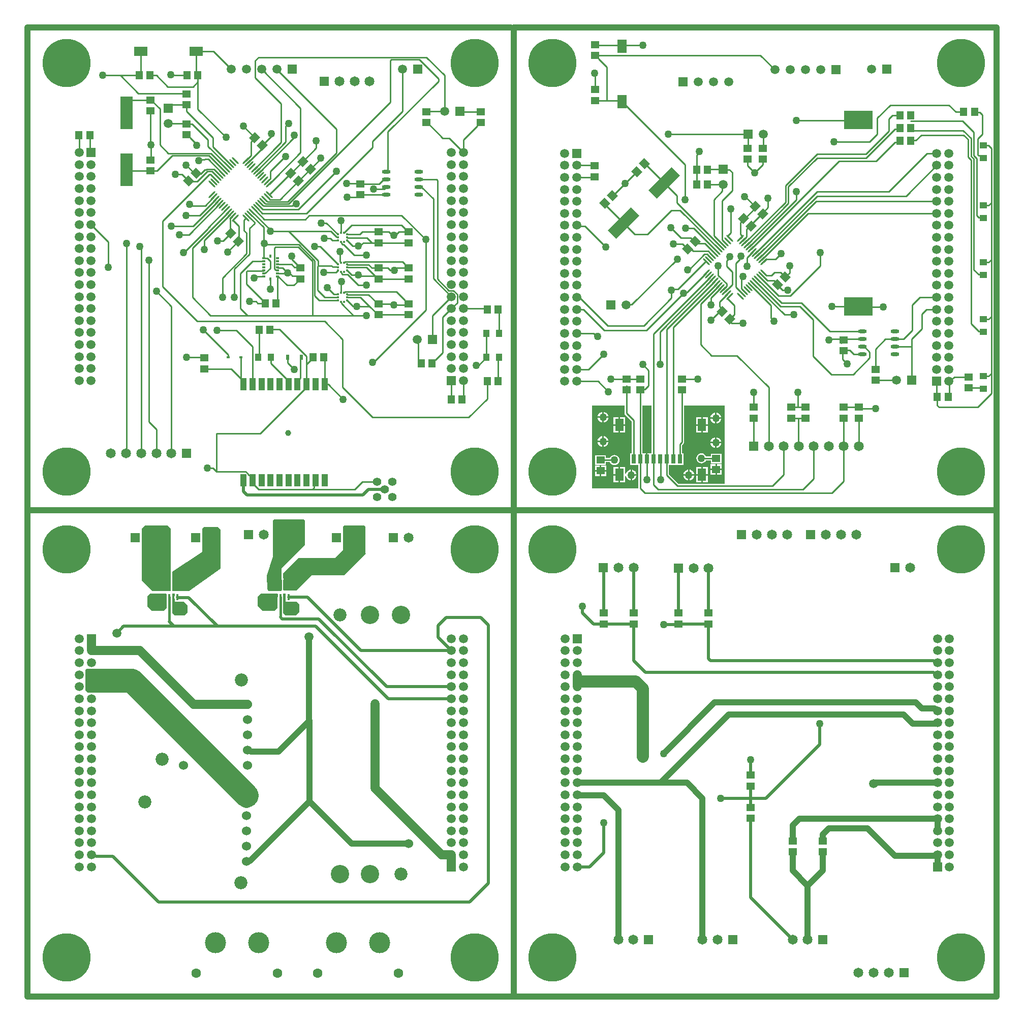
<source format=gtl>
G04*
G04 #@! TF.GenerationSoftware,Altium Limited,Altium Designer,20.0.10 (225)*
G04*
G04 Layer_Physical_Order=1*
G04 Layer_Color=255*
%FSLAX25Y25*%
%MOIN*%
G70*
G01*
G75*
%ADD10R,0.01496X0.01378*%
%ADD11R,0.05512X0.04724*%
%ADD12R,0.08583X0.06299*%
%ADD13R,0.08661X0.06299*%
%ADD14R,0.04724X0.05512*%
%ADD15O,0.05709X0.02362*%
%ADD16R,0.02480X0.03268*%
%ADD17R,0.02323X0.01772*%
%ADD18R,0.04331X0.04724*%
%ADD19R,0.03937X0.07874*%
%ADD20R,0.01378X0.02284*%
%ADD21R,0.02284X0.01378*%
G04:AMPARAMS|DCode=22|XSize=55.12mil|YSize=47.24mil|CornerRadius=0mil|HoleSize=0mil|Usage=FLASHONLY|Rotation=225.000|XOffset=0mil|YOffset=0mil|HoleType=Round|Shape=Rectangle|*
%AMROTATEDRECTD22*
4,1,4,0.00278,0.03619,0.03619,0.00278,-0.00278,-0.03619,-0.03619,-0.00278,0.00278,0.03619,0.0*
%
%ADD22ROTATEDRECTD22*%

G04:AMPARAMS|DCode=23|XSize=9.84mil|YSize=61.02mil|CornerRadius=0mil|HoleSize=0mil|Usage=FLASHONLY|Rotation=45.000|XOffset=0mil|YOffset=0mil|HoleType=Round|Shape=Round|*
%AMOVALD23*
21,1,0.05118,0.00984,0.00000,0.00000,135.0*
1,1,0.00984,0.01810,-0.01810*
1,1,0.00984,-0.01810,0.01810*
%
%ADD23OVALD23*%

G04:AMPARAMS|DCode=24|XSize=9.84mil|YSize=61.02mil|CornerRadius=0mil|HoleSize=0mil|Usage=FLASHONLY|Rotation=315.000|XOffset=0mil|YOffset=0mil|HoleType=Round|Shape=Round|*
%AMOVALD24*
21,1,0.05118,0.00984,0.00000,0.00000,45.0*
1,1,0.00984,-0.01810,-0.01810*
1,1,0.00984,0.01810,0.01810*
%
%ADD24OVALD24*%

G04:AMPARAMS|DCode=25|XSize=55.12mil|YSize=47.24mil|CornerRadius=0mil|HoleSize=0mil|Usage=FLASHONLY|Rotation=315.000|XOffset=0mil|YOffset=0mil|HoleType=Round|Shape=Rectangle|*
%AMROTATEDRECTD25*
4,1,4,-0.03619,0.00278,-0.00278,0.03619,0.03619,-0.00278,0.00278,-0.03619,-0.03619,0.00278,0.0*
%
%ADD25ROTATEDRECTD25*%

%ADD26R,0.07874X0.21654*%
%ADD27C,0.01968*%
%ADD28C,0.01000*%
%ADD29R,0.06299X0.08583*%
%ADD30R,0.06299X0.08661*%
%ADD31R,0.04724X0.04331*%
%ADD32R,0.18819X0.12402*%
G04:AMPARAMS|DCode=33|XSize=216.54mil|YSize=78.74mil|CornerRadius=0mil|HoleSize=0mil|Usage=FLASHONLY|Rotation=45.000|XOffset=0mil|YOffset=0mil|HoleType=Round|Shape=Rectangle|*
%AMROTATEDRECTD33*
4,1,4,-0.04872,-0.10440,-0.10440,-0.04872,0.04872,0.10440,0.10440,0.04872,-0.04872,-0.10440,0.0*
%
%ADD33ROTATEDRECTD33*%

%ADD34R,0.03150X0.05906*%
%ADD35R,0.05709X0.07874*%
%ADD36C,0.03937*%
%ADD37C,0.07874*%
%ADD38C,0.05906*%
%ADD39R,0.01614X0.03898*%
%ADD40R,0.01614X0.02992*%
%ADD41R,0.03898X0.06791*%
%ADD42C,0.01575*%
%ADD43C,0.15748*%
%ADD44C,0.09843*%
%ADD45C,0.05906*%
%ADD46R,0.05906X0.05906*%
%ADD47R,0.06496X0.06496*%
%ADD48C,0.06496*%
%ADD49C,0.03937*%
%ADD50R,0.05906X0.05906*%
%ADD51C,0.05512*%
%ADD52C,0.05000*%
%ADD53C,0.31496*%
%ADD54C,0.13780*%
%ADD55C,0.06000*%
%ADD56C,0.12000*%
%ADD57C,0.06299*%
%ADD58C,0.08600*%
G36*
X409317Y356649D02*
X408874Y356512D01*
Y356512D01*
X406799D01*
Y352559D01*
X405799D01*
Y356512D01*
X403724D01*
Y356512D01*
X403281Y356649D01*
Y387795D01*
X409317D01*
Y356649D01*
D02*
G37*
G36*
X457480Y336352D02*
X426922D01*
X420604Y342670D01*
Y348819D01*
X430315D01*
Y356299D01*
X429265D01*
Y361661D01*
X430456Y362851D01*
X430740Y363277D01*
X430840Y363779D01*
Y387795D01*
X457480D01*
Y336352D01*
D02*
G37*
G36*
X391601Y382677D02*
X391701Y382175D01*
X391985Y381749D01*
X396325Y377409D01*
Y356299D01*
X395276D01*
Y348819D01*
X400656D01*
Y333465D01*
X370472D01*
Y387795D01*
X391601D01*
Y382677D01*
D02*
G37*
G36*
X221654Y308268D02*
Y290945D01*
X222047Y290551D01*
X207874Y276378D01*
X186614D01*
X176476Y266240D01*
X167880D01*
Y274307D01*
X167831D01*
Y276315D01*
X167749D01*
Y277592D01*
X177953Y287795D01*
X201870Y287795D01*
X207087Y293012D01*
Y308268D01*
X207733Y308914D01*
X220986Y308919D01*
X221654Y308268D01*
D02*
G37*
G36*
X181094Y313080D02*
X182087Y312205D01*
Y296260D01*
X166730Y280903D01*
X166730Y266142D01*
X157874D01*
X157232Y267220D01*
X157123Y275948D01*
X161024Y288583D01*
X161034Y312513D01*
X161811Y313090D01*
X181094Y313080D01*
D02*
G37*
G36*
X126772Y306299D02*
Y280709D01*
X105905Y266142D01*
X95045D01*
Y274307D01*
X95000D01*
Y275870D01*
X95037Y275925D01*
X95114Y276315D01*
Y278822D01*
X114567Y291661D01*
X114567Y306693D01*
X115748Y307874D01*
X125197Y307874D01*
X126772Y306299D01*
D02*
G37*
G36*
X94095Y307087D02*
X94095Y276315D01*
X93980D01*
Y274307D01*
X93931D01*
Y266142D01*
X81890Y266142D01*
X75197Y272835D01*
X75197Y307087D01*
X77165Y309055D01*
X92126Y309055D01*
X94095Y307087D01*
D02*
G37*
G36*
X164216Y264013D02*
Y262144D01*
X164201Y262067D01*
Y255146D01*
X162008Y252953D01*
X154232D01*
X151181Y256004D01*
Y262303D01*
X153150Y264272D01*
X163861Y264365D01*
X164216Y264013D01*
D02*
G37*
G36*
X91382Y264011D02*
Y262144D01*
X91367Y262067D01*
Y254949D01*
X89370Y252953D01*
X81595D01*
X78543Y256004D01*
Y262303D01*
X80512Y264272D01*
X91027Y264363D01*
X91382Y264011D01*
D02*
G37*
G36*
X96579Y262934D02*
X96517Y262841D01*
X96363Y262067D01*
Y261988D01*
X96517Y261214D01*
X96579Y261121D01*
X96579Y259118D01*
X96949Y259055D01*
X96949Y259055D01*
X97053Y259055D01*
X102756Y259055D01*
X105020Y256791D01*
X105020Y252165D01*
X102953Y250098D01*
X96457Y250098D01*
X95011Y251544D01*
Y262067D01*
X94996Y262144D01*
Y264370D01*
X96579D01*
Y262934D01*
D02*
G37*
G36*
X169413Y259118D02*
X173028D01*
Y259154D01*
X176378D01*
X178248Y257283D01*
Y252067D01*
X176181Y250000D01*
X169291D01*
X167846Y251445D01*
Y262067D01*
X167831Y262144D01*
Y264272D01*
X169413D01*
Y259118D01*
D02*
G37*
G36*
X40835Y215158D02*
X40846Y215153D01*
X41878Y215017D01*
X42910Y215153D01*
X42921Y215158D01*
X59634Y215158D01*
X60618Y214173D01*
Y201575D01*
X58551Y199508D01*
X39653D01*
X37992Y201169D01*
Y214272D01*
X38878Y215158D01*
X40835D01*
D02*
G37*
%LPC*%
G36*
X452075Y382992D02*
Y380028D01*
X455039D01*
X454985Y380441D01*
X454632Y381293D01*
X454071Y382024D01*
X453340Y382585D01*
X452489Y382938D01*
X452075Y382992D01*
D02*
G37*
G36*
X451075D02*
X450661Y382938D01*
X449810Y382585D01*
X449079Y382024D01*
X448518Y381293D01*
X448165Y380441D01*
X448110Y380028D01*
X451075D01*
Y382992D01*
D02*
G37*
G36*
X455039Y379028D02*
X452075D01*
Y376063D01*
X452489Y376118D01*
X453340Y376470D01*
X454071Y377031D01*
X454632Y377763D01*
X454985Y378614D01*
X455039Y379028D01*
D02*
G37*
G36*
X451075D02*
X448110D01*
X448165Y378614D01*
X448518Y377763D01*
X449079Y377031D01*
X449810Y376470D01*
X450661Y376118D01*
X451075Y376063D01*
Y379028D01*
D02*
G37*
G36*
X446276Y379937D02*
X442921D01*
Y375500D01*
X446276D01*
Y379937D01*
D02*
G37*
G36*
X441921D02*
X438567D01*
Y375500D01*
X441921D01*
Y379937D01*
D02*
G37*
G36*
X446276Y374500D02*
X442921D01*
Y370063D01*
X446276D01*
Y374500D01*
D02*
G37*
G36*
X441921D02*
X438567D01*
Y370063D01*
X441921D01*
Y374500D01*
D02*
G37*
G36*
X452075Y366850D02*
Y363886D01*
X455039D01*
X454985Y364300D01*
X454632Y365151D01*
X454071Y365882D01*
X453340Y366443D01*
X452489Y366796D01*
X452075Y366850D01*
D02*
G37*
G36*
X451075D02*
X450661Y366796D01*
X449810Y366443D01*
X449079Y365882D01*
X448518Y365151D01*
X448165Y364300D01*
X448110Y363886D01*
X451075D01*
Y366850D01*
D02*
G37*
G36*
X455039Y362886D02*
X452075D01*
Y359922D01*
X452489Y359976D01*
X453340Y360329D01*
X454071Y360890D01*
X454632Y361621D01*
X454985Y362472D01*
X455039Y362886D01*
D02*
G37*
G36*
X451075D02*
X448110D01*
X448165Y362472D01*
X448518Y361621D01*
X449079Y360890D01*
X449810Y360329D01*
X450661Y359976D01*
X451075Y359922D01*
Y362886D01*
D02*
G37*
G36*
X442126Y356465D02*
X441268Y356352D01*
X440468Y356021D01*
X439781Y355494D01*
X439254Y354807D01*
X438923Y354008D01*
X438810Y353150D01*
X438923Y352291D01*
X439254Y351492D01*
X439781Y350805D01*
X440468Y350278D01*
X441268Y349947D01*
X442126Y349834D01*
X442984Y349947D01*
X443784Y350278D01*
X444471Y350805D01*
X444998Y351492D01*
X445141Y351837D01*
X448228D01*
Y349803D01*
X455315D01*
Y356102D01*
X448228D01*
Y354462D01*
X445141D01*
X444998Y354807D01*
X444471Y355494D01*
X443784Y356021D01*
X442984Y356352D01*
X442126Y356465D01*
D02*
G37*
G36*
X455527Y349228D02*
X452272D01*
Y346366D01*
X455527D01*
Y349228D01*
D02*
G37*
G36*
X451272D02*
X448016D01*
Y346366D01*
X451272D01*
Y349228D01*
D02*
G37*
G36*
X446276Y347260D02*
X442921D01*
Y342823D01*
X446276D01*
Y347260D01*
D02*
G37*
G36*
X441921D02*
X438567D01*
Y342823D01*
X441921D01*
Y347260D01*
D02*
G37*
G36*
X434358Y345590D02*
Y342626D01*
X437323D01*
X437268Y343040D01*
X436915Y343891D01*
X436354Y344622D01*
X435623Y345183D01*
X434772Y345536D01*
X434358Y345590D01*
D02*
G37*
G36*
X433358D02*
X432945Y345536D01*
X432093Y345183D01*
X431362Y344622D01*
X430801Y343891D01*
X430448Y343040D01*
X430394Y342626D01*
X433358D01*
Y345590D01*
D02*
G37*
G36*
X455527Y345366D02*
X452272D01*
Y342504D01*
X455527D01*
Y345366D01*
D02*
G37*
G36*
X451272D02*
X448016D01*
Y342504D01*
X451272D01*
Y345366D01*
D02*
G37*
G36*
X437323Y341626D02*
X434358D01*
Y338662D01*
X434772Y338716D01*
X435623Y339069D01*
X436354Y339630D01*
X436915Y340361D01*
X437268Y341212D01*
X437323Y341626D01*
D02*
G37*
G36*
X433358D02*
X430394D01*
X430448Y341212D01*
X430801Y340361D01*
X431362Y339630D01*
X432093Y339069D01*
X432945Y338716D01*
X433358Y338662D01*
Y341626D01*
D02*
G37*
G36*
X446276Y341823D02*
X442921D01*
Y337386D01*
X446276D01*
Y341823D01*
D02*
G37*
G36*
X441921D02*
X438567D01*
Y337386D01*
X441921D01*
Y341823D01*
D02*
G37*
G36*
X378059Y383535D02*
Y380571D01*
X381023D01*
X380969Y380984D01*
X380616Y381836D01*
X380055Y382567D01*
X379324Y383128D01*
X378473Y383481D01*
X378059Y383535D01*
D02*
G37*
G36*
X377059D02*
X376645Y383481D01*
X375794Y383128D01*
X375063Y382567D01*
X374502Y381836D01*
X374149Y380984D01*
X374095Y380571D01*
X377059D01*
Y383535D01*
D02*
G37*
G36*
X381023Y379571D02*
X378059D01*
Y376606D01*
X378473Y376661D01*
X379324Y377014D01*
X380055Y377575D01*
X380616Y378306D01*
X380969Y379157D01*
X381023Y379571D01*
D02*
G37*
G36*
X377059D02*
X374095D01*
X374149Y379157D01*
X374502Y378306D01*
X375063Y377575D01*
X375794Y377014D01*
X376645Y376661D01*
X377059Y376606D01*
Y379571D01*
D02*
G37*
G36*
X392142Y379937D02*
X388787D01*
Y375500D01*
X392142D01*
Y379937D01*
D02*
G37*
G36*
X387787D02*
X384433D01*
Y375500D01*
X387787D01*
Y379937D01*
D02*
G37*
G36*
X392142Y374500D02*
X388787D01*
Y370063D01*
X392142D01*
Y374500D01*
D02*
G37*
G36*
X387787D02*
X384433D01*
Y370063D01*
X387787D01*
Y374500D01*
D02*
G37*
G36*
X378059Y367638D02*
Y364673D01*
X381023D01*
X380969Y365087D01*
X380616Y365938D01*
X380055Y366670D01*
X379324Y367231D01*
X378473Y367583D01*
X378059Y367638D01*
D02*
G37*
G36*
X377059D02*
X376645Y367583D01*
X375794Y367231D01*
X375063Y366670D01*
X374502Y365938D01*
X374149Y365087D01*
X374095Y364673D01*
X377059D01*
Y367638D01*
D02*
G37*
G36*
X381023Y363673D02*
X378059D01*
Y360709D01*
X378473Y360763D01*
X379324Y361116D01*
X380055Y361677D01*
X380616Y362408D01*
X380969Y363260D01*
X381023Y363673D01*
D02*
G37*
G36*
X377059D02*
X374095D01*
X374149Y363260D01*
X374502Y362408D01*
X375063Y361677D01*
X375794Y361116D01*
X376645Y360763D01*
X377059Y360709D01*
Y363673D01*
D02*
G37*
G36*
X385039Y355284D02*
X384181Y355171D01*
X383382Y354840D01*
X382695Y354313D01*
X382168Y353626D01*
X382025Y353281D01*
X379527D01*
Y355118D01*
X372441D01*
Y348819D01*
X379527D01*
Y350656D01*
X382025D01*
X382168Y350311D01*
X382695Y349624D01*
X383382Y349097D01*
X384181Y348766D01*
X385039Y348653D01*
X385898Y348766D01*
X386697Y349097D01*
X387384Y349624D01*
X387911Y350311D01*
X388242Y351110D01*
X388355Y351969D01*
X388242Y352827D01*
X387911Y353626D01*
X387384Y354313D01*
X386697Y354840D01*
X385898Y355171D01*
X385039Y355284D01*
D02*
G37*
G36*
X379740Y348244D02*
X376484D01*
Y345382D01*
X379740D01*
Y348244D01*
D02*
G37*
G36*
X375484D02*
X372228D01*
Y345382D01*
X375484D01*
Y348244D01*
D02*
G37*
G36*
X387787Y347260D02*
X384433D01*
Y342823D01*
X387787D01*
Y347260D01*
D02*
G37*
G36*
X396563Y345590D02*
Y342626D01*
X399527D01*
X399473Y343040D01*
X399120Y343891D01*
X398559Y344622D01*
X397828Y345183D01*
X396977Y345536D01*
X396563Y345590D01*
D02*
G37*
G36*
X379740Y344382D02*
X376484D01*
Y341520D01*
X379740D01*
Y344382D01*
D02*
G37*
G36*
X375484D02*
X372228D01*
Y341520D01*
X375484D01*
Y344382D01*
D02*
G37*
G36*
X399527Y341626D02*
X396563D01*
Y338662D01*
X396977Y338716D01*
X397828Y339069D01*
X398559Y339630D01*
X399120Y340361D01*
X399473Y341212D01*
X399527Y341626D01*
D02*
G37*
G36*
X392142Y347260D02*
X388787D01*
Y342323D01*
Y337386D01*
X392142D01*
Y341266D01*
X392642Y341298D01*
X392653Y341212D01*
X393006Y340361D01*
X393567Y339630D01*
X394298Y339069D01*
X395149Y338716D01*
X395563Y338662D01*
Y342126D01*
Y345590D01*
X395149Y345536D01*
X394298Y345183D01*
X393567Y344622D01*
X393006Y343891D01*
X392653Y343040D01*
X392642Y342953D01*
X392142Y342986D01*
Y347260D01*
D02*
G37*
G36*
X387787Y341823D02*
X384433D01*
Y337386D01*
X387787D01*
Y341823D01*
D02*
G37*
%LPD*%
D10*
X209705Y460630D02*
D03*
Y458661D02*
D03*
Y456693D02*
D03*
X207677Y455650D02*
D03*
X205709D02*
D03*
X203681Y456693D02*
D03*
Y458661D02*
D03*
Y460630D02*
D03*
X205709Y461673D02*
D03*
X207677D02*
D03*
Y481358D02*
D03*
X205709D02*
D03*
X203681Y480315D02*
D03*
Y478346D02*
D03*
Y476378D02*
D03*
X205709Y475335D02*
D03*
X207677D02*
D03*
X209705Y476378D02*
D03*
Y478346D02*
D03*
Y480315D02*
D03*
Y500000D02*
D03*
Y498032D02*
D03*
Y496063D02*
D03*
X207677Y495020D02*
D03*
X205709D02*
D03*
X203681Y496063D02*
D03*
Y498032D02*
D03*
Y500000D02*
D03*
X205709Y501043D02*
D03*
X207677D02*
D03*
D11*
X297244Y580315D02*
D03*
Y573228D02*
D03*
X261811Y580315D02*
D03*
Y573228D02*
D03*
X218504Y525984D02*
D03*
Y533071D02*
D03*
X104331Y592126D02*
D03*
Y585039D02*
D03*
X104331Y565354D02*
D03*
Y572441D02*
D03*
X80709Y541732D02*
D03*
Y548819D02*
D03*
X80709Y588189D02*
D03*
Y581102D02*
D03*
X230315Y501575D02*
D03*
Y494488D02*
D03*
X250000Y501575D02*
D03*
Y494488D02*
D03*
X230315Y477953D02*
D03*
Y470866D02*
D03*
X250000Y477953D02*
D03*
Y470866D02*
D03*
X230315Y454331D02*
D03*
Y447244D02*
D03*
X250000Y454331D02*
D03*
Y447244D02*
D03*
X116142Y411811D02*
D03*
Y418898D02*
D03*
X179134Y477953D02*
D03*
Y470866D02*
D03*
X535433Y430709D02*
D03*
Y423622D02*
D03*
X372441Y594882D02*
D03*
Y587795D02*
D03*
X372441Y624409D02*
D03*
Y617323D02*
D03*
X482283Y556299D02*
D03*
Y549213D02*
D03*
X472441Y556299D02*
D03*
Y549213D02*
D03*
X429528Y405118D02*
D03*
Y398031D02*
D03*
X401968Y405118D02*
D03*
Y398031D02*
D03*
X392913Y405118D02*
D03*
Y398031D02*
D03*
X375984Y351969D02*
D03*
Y344882D02*
D03*
X451772Y352953D02*
D03*
Y345866D02*
D03*
X476378Y386614D02*
D03*
Y379528D02*
D03*
X510236Y379528D02*
D03*
Y386614D02*
D03*
X501181Y379528D02*
D03*
Y386614D02*
D03*
X535433Y386614D02*
D03*
Y379528D02*
D03*
X617323Y399213D02*
D03*
Y406299D02*
D03*
X556299Y411417D02*
D03*
Y404331D02*
D03*
X372047Y537795D02*
D03*
Y544882D02*
D03*
X545276Y379528D02*
D03*
Y386614D02*
D03*
X474409Y145276D02*
D03*
Y138189D02*
D03*
X474409Y124016D02*
D03*
Y116929D02*
D03*
X446850Y244488D02*
D03*
Y251575D02*
D03*
X427165Y251575D02*
D03*
Y244488D02*
D03*
X397638Y244488D02*
D03*
Y251575D02*
D03*
X377953Y251575D02*
D03*
Y244488D02*
D03*
X521654Y101969D02*
D03*
Y94882D02*
D03*
X501968Y101969D02*
D03*
Y94882D02*
D03*
D12*
X74429Y620079D02*
D03*
D13*
X110610D02*
D03*
D14*
X104724Y604331D02*
D03*
X111811D02*
D03*
X80315Y604331D02*
D03*
X73228D02*
D03*
X285039Y391732D02*
D03*
X277953D02*
D03*
X258268Y415354D02*
D03*
X265354D02*
D03*
X308661Y450787D02*
D03*
X301575D02*
D03*
X308661Y403543D02*
D03*
X301575D02*
D03*
X33858Y564961D02*
D03*
X40945D02*
D03*
X151969Y437514D02*
D03*
X159055D02*
D03*
X194488Y419291D02*
D03*
X187402D02*
D03*
X155905Y454724D02*
D03*
X162992D02*
D03*
X579528Y577953D02*
D03*
X572441D02*
D03*
X579528Y561417D02*
D03*
X572441D02*
D03*
X572441Y569685D02*
D03*
X579528D02*
D03*
X621260Y580315D02*
D03*
X614173D02*
D03*
X438976Y542520D02*
D03*
X446063D02*
D03*
X438976Y532677D02*
D03*
X446063D02*
D03*
X596850Y393307D02*
D03*
X603937D02*
D03*
D15*
X256791Y525965D02*
D03*
Y530965D02*
D03*
Y535965D02*
D03*
Y540965D02*
D03*
X235335Y525965D02*
D03*
Y530965D02*
D03*
Y535965D02*
D03*
Y540965D02*
D03*
X568996Y421240D02*
D03*
Y426240D02*
D03*
Y431240D02*
D03*
Y436240D02*
D03*
X547539Y421240D02*
D03*
Y426240D02*
D03*
Y431240D02*
D03*
Y436240D02*
D03*
D16*
X179587Y419291D02*
D03*
X170807D02*
D03*
D17*
X131673D02*
D03*
X139980D02*
D03*
D18*
X151378D02*
D03*
X159646D02*
D03*
X309252Y435039D02*
D03*
X300984D02*
D03*
X309252Y419291D02*
D03*
X300984D02*
D03*
D19*
X194882Y338660D02*
D03*
X188976D02*
D03*
X183071D02*
D03*
X177165D02*
D03*
X171260D02*
D03*
X165354D02*
D03*
X159449D02*
D03*
X153543D02*
D03*
X147638D02*
D03*
X141732D02*
D03*
Y401652D02*
D03*
X147638D02*
D03*
X153543D02*
D03*
X159449D02*
D03*
X165354D02*
D03*
X171260D02*
D03*
X177165D02*
D03*
X183071D02*
D03*
X188976D02*
D03*
X194882D02*
D03*
D20*
X159449Y470827D02*
D03*
Y485866D02*
D03*
D21*
X154882Y472441D02*
D03*
Y474409D02*
D03*
Y476378D02*
D03*
Y478346D02*
D03*
Y480315D02*
D03*
Y482283D02*
D03*
Y484252D02*
D03*
X164016D02*
D03*
Y482283D02*
D03*
Y480315D02*
D03*
Y478346D02*
D03*
Y476378D02*
D03*
Y474409D02*
D03*
Y472441D02*
D03*
D22*
X149069Y563529D02*
D03*
X154080Y558518D02*
D03*
X180565Y547781D02*
D03*
X185576Y542770D02*
D03*
X172691Y539907D02*
D03*
X177702Y534896D02*
D03*
X138332Y495526D02*
D03*
X133321Y500537D02*
D03*
X455762Y449356D02*
D03*
X460773Y444345D02*
D03*
X482427Y513242D02*
D03*
X477416Y518254D02*
D03*
X474553Y505369D02*
D03*
X469542Y510380D02*
D03*
D23*
X136214Y548388D02*
D03*
X134822Y546996D02*
D03*
X133430Y545605D02*
D03*
X132038Y544213D02*
D03*
X130647Y542821D02*
D03*
X129255Y541429D02*
D03*
X127863Y540037D02*
D03*
X126471Y538645D02*
D03*
X125079Y537253D02*
D03*
X123687Y535861D02*
D03*
X122295Y534469D02*
D03*
X120903Y533077D02*
D03*
X143313Y510667D02*
D03*
X144705Y512059D02*
D03*
X146097Y513451D02*
D03*
X147489Y514843D02*
D03*
X148881Y516234D02*
D03*
X150273Y517626D02*
D03*
X151665Y519018D02*
D03*
X153057Y520410D02*
D03*
X154449Y521802D02*
D03*
X155841Y523194D02*
D03*
X157233Y524586D02*
D03*
X158625Y525978D02*
D03*
X460624Y497207D02*
D03*
X459232Y495815D02*
D03*
X457840Y494423D02*
D03*
X456448Y493032D02*
D03*
X455056Y491640D02*
D03*
X453664Y490248D02*
D03*
X452272Y488856D02*
D03*
X450880Y487464D02*
D03*
X449488Y486072D02*
D03*
X448096Y484680D02*
D03*
X446704Y483288D02*
D03*
X445312Y481896D02*
D03*
X467723Y459486D02*
D03*
X469115Y460878D02*
D03*
X470507Y462269D02*
D03*
X471899Y463661D02*
D03*
X473290Y465053D02*
D03*
X474682Y466445D02*
D03*
X476074Y467837D02*
D03*
X477466Y469229D02*
D03*
X478858Y470621D02*
D03*
X480250Y472013D02*
D03*
X481642Y473405D02*
D03*
X483034Y474797D02*
D03*
D24*
X120903Y525978D02*
D03*
X122295Y524586D02*
D03*
X123687Y523194D02*
D03*
X125079Y521802D02*
D03*
X126471Y520410D02*
D03*
X127863Y519018D02*
D03*
X129255Y517626D02*
D03*
X130647Y516234D02*
D03*
X132038Y514843D02*
D03*
X133430Y513451D02*
D03*
X134822Y512059D02*
D03*
X136214Y510667D02*
D03*
X158625Y533077D02*
D03*
X157233Y534469D02*
D03*
X155841Y535861D02*
D03*
X154449Y537253D02*
D03*
X153057Y538645D02*
D03*
X151665Y540037D02*
D03*
X150273Y541429D02*
D03*
X148881Y542821D02*
D03*
X147489Y544213D02*
D03*
X146097Y545605D02*
D03*
X144705Y546996D02*
D03*
X143313Y548388D02*
D03*
X445312Y474797D02*
D03*
X446704Y473405D02*
D03*
X448096Y472013D02*
D03*
X449488Y470621D02*
D03*
X450880Y469229D02*
D03*
X452272Y467837D02*
D03*
X453664Y466445D02*
D03*
X455056Y465053D02*
D03*
X456448Y463661D02*
D03*
X457840Y462269D02*
D03*
X459232Y460878D02*
D03*
X460624Y459486D02*
D03*
X483034Y481896D02*
D03*
X481642Y483288D02*
D03*
X480250Y484680D02*
D03*
X478858Y486072D02*
D03*
X477466Y487464D02*
D03*
X476074Y488856D02*
D03*
X474682Y490248D02*
D03*
X473290Y491640D02*
D03*
X471899Y493032D02*
D03*
X470507Y494423D02*
D03*
X469115Y495815D02*
D03*
X467723Y497207D02*
D03*
D25*
X105762Y534896D02*
D03*
X110773Y539907D02*
D03*
X404868Y546206D02*
D03*
X399857Y541195D02*
D03*
X378597Y520329D02*
D03*
X383608Y525340D02*
D03*
X491983Y467180D02*
D03*
X496994Y472191D02*
D03*
X437939Y495419D02*
D03*
X432928Y490408D02*
D03*
D26*
X64961Y542323D02*
D03*
Y579724D02*
D03*
D27*
X223622Y332677D02*
X234252D01*
X220079Y329134D02*
X223622Y332677D01*
X141732Y331496D02*
X144095Y329134D01*
X220079D01*
X141732Y331496D02*
Y338660D01*
X519685Y165354D02*
Y179134D01*
X484252Y129921D02*
X519685Y165354D01*
X474409Y129921D02*
X484252D01*
X397638Y220472D02*
X405512Y212598D01*
X595891Y211130D02*
X596957D01*
X405512Y212598D02*
X594423D01*
X595891Y211130D01*
X397638Y220472D02*
Y244488D01*
X474409Y124016D02*
Y129921D01*
X454724D02*
X474409D01*
Y138189D01*
X377953Y94488D02*
Y114173D01*
X368610Y85146D02*
X377953Y94488D01*
X360736Y85146D02*
X368610D01*
X474409Y155512D02*
X474409Y155512D01*
Y145276D02*
Y155512D01*
X474409Y138189D02*
X474409Y138189D01*
X474409Y64961D02*
X501968Y37402D01*
X474409Y64961D02*
Y116929D01*
X364173Y251547D02*
X371232Y244488D01*
X364173Y251547D02*
Y255906D01*
X377953Y251575D02*
Y281339D01*
X377795Y281496D02*
X377953Y281339D01*
X371232Y244488D02*
X377953D01*
X426772Y244094D02*
X427165Y244488D01*
X417323Y244094D02*
X426772D01*
X446850Y221626D02*
Y244740D01*
X377953Y244488D02*
X397638D01*
X377953Y244488D02*
X377953Y244488D01*
X448003Y220472D02*
X594423D01*
X427165Y244488D02*
X446850D01*
X595891Y219004D02*
X596957D01*
X446850Y221626D02*
X448003Y220472D01*
X594423D02*
X595891Y219004D01*
X427165Y244488D02*
X427165Y244488D01*
X427165Y251575D02*
Y280709D01*
X426969Y280906D02*
X427165Y280709D01*
X446851Y251575D02*
Y280906D01*
X446850Y251575D02*
X446851Y251575D01*
X397677Y251614D02*
Y281496D01*
X397638Y251575D02*
X397677Y251614D01*
X124557Y242913D02*
X189173D01*
X96161D02*
X124557D01*
X105807Y261811D02*
X124557Y243061D01*
X98563Y261811D02*
X105807D01*
X98386Y261988D02*
Y262067D01*
Y261988D02*
X98563Y261811D01*
X302461Y74311D02*
Y243602D01*
X274803Y248721D02*
X297342D01*
X302461Y243602D01*
X55905Y92126D02*
X86024Y62008D01*
X290158D02*
X302461Y74311D01*
X86024Y62008D02*
X290158D01*
X41878Y93020D02*
X42631Y92266D01*
X44859D01*
X45000Y92126D01*
X55905D01*
X269291Y243209D02*
X274803Y248721D01*
X269291Y235685D02*
Y243209D01*
Y235685D02*
X278098Y226878D01*
X171457Y262008D02*
X183661D01*
X167177Y247835D02*
X191142D01*
X235720Y203256D01*
X278098D01*
X218791Y226878D02*
X278098D01*
X183661Y262008D02*
X218791Y226878D01*
X58661Y238386D02*
X63189Y242913D01*
X96161D01*
X189173D02*
X236705Y195382D01*
X278098D01*
X166024Y248988D02*
X167177Y247835D01*
X93189Y245886D02*
X96161Y242913D01*
D28*
X226454Y415431D02*
X261253Y450230D01*
X148881Y516234D02*
X155273Y509842D01*
X146097Y513451D02*
X154882Y504666D01*
Y494724D02*
Y504666D01*
X157233Y534469D02*
X159449Y536685D01*
X157233Y534469D02*
Y534469D01*
X159449Y536685D02*
Y541339D01*
X226454Y415431D02*
Y415926D01*
X261253Y450230D02*
Y496686D01*
X180565Y547781D02*
X189489Y556705D01*
Y561306D01*
X159449Y541339D02*
X168997Y550887D01*
X169310D01*
X88755Y465579D02*
X111420Y442913D01*
X88755Y508778D02*
X119348Y539371D01*
X88755Y465579D02*
Y508778D01*
X118029Y346655D02*
X121849D01*
X124016Y344488D01*
X269108Y470547D02*
X276466Y463189D01*
X269108Y470547D02*
Y535379D01*
X256791Y535965D02*
X268522D01*
X269108Y535379D01*
X155273Y509842D02*
X182202D01*
X184823Y512464D02*
X245493D01*
X182202Y509842D02*
X184823Y512464D01*
X245493D02*
X261253Y496703D01*
Y496686D02*
Y496703D01*
X205644Y501108D02*
X205709Y501043D01*
X205644Y501108D02*
Y509070D01*
X150273Y517626D02*
X154120Y513779D01*
X177634Y516217D02*
X202756Y541339D01*
X154466Y516217D02*
X177634D01*
X154120Y513779D02*
X183071D01*
X226378Y557087D01*
X266202Y471019D02*
Y523227D01*
X105899Y499839D02*
X126471Y520410D01*
X99546Y499839D02*
X105899D01*
X102751Y488146D02*
X118353Y503748D01*
X102356Y488146D02*
X102751D01*
X118353Y503748D02*
Y504144D01*
X130444Y516234D01*
X130647D01*
X108268Y491072D02*
X132038Y514843D01*
X108268Y458661D02*
Y491072D01*
Y458661D02*
X120079Y446850D01*
X108810Y505534D02*
X125079Y521802D01*
X94308Y505534D02*
X108810D01*
X103897Y512487D02*
X112979D01*
X108064Y572441D02*
X118413Y562091D01*
X104331Y572441D02*
X108064D01*
X118413Y557838D02*
Y562091D01*
X103937Y572835D02*
X104331Y572441D01*
X121674Y557361D02*
X133430Y545605D01*
X121674Y557361D02*
Y563366D01*
X104331Y580709D02*
X121674Y563366D01*
X118413Y557838D02*
X130235Y546017D01*
X111811Y582158D02*
X130336Y563633D01*
X111811Y582158D02*
Y600000D01*
X104331Y580709D02*
Y585039D01*
X143313Y548388D02*
X146652Y551727D01*
Y560756D01*
X149069Y563173D01*
Y563529D01*
X144705Y546996D02*
X154080Y556371D01*
Y558518D01*
X179134Y553586D02*
Y582835D01*
X163386Y537838D02*
Y537838D01*
X179134Y553586D01*
X230315Y447244D02*
X250000D01*
X191987Y492009D02*
X203681Y480315D01*
X188447Y492009D02*
X191987D01*
X159449Y501968D02*
X171390D01*
X190756Y482603D01*
X171390Y501968D02*
X199012D01*
X190756Y479508D02*
Y482603D01*
X173507Y483580D02*
X178740Y478346D01*
X173507Y483580D02*
Y485818D01*
X177633Y491658D02*
X187008Y482283D01*
X161980Y477287D02*
Y491073D01*
X162566Y491658D01*
X177633D01*
X177951Y493311D02*
X188402Y482861D01*
X154882Y494724D02*
X156277Y493329D01*
X158080D01*
X158098Y493311D01*
X177951D01*
X144595Y342683D02*
Y342967D01*
X143074Y344488D02*
X144595Y342967D01*
X124016Y344488D02*
X143074D01*
X145180Y342097D02*
X146169D01*
X144595Y342683D02*
X145180Y342097D01*
X146169D02*
X147638Y340629D01*
Y336692D02*
Y340629D01*
X124016Y344488D02*
Y369230D01*
X152618D01*
X183071Y399684D01*
X205709Y461673D02*
Y468710D01*
X206042Y469043D01*
X194404Y474983D02*
X202286D01*
X203681Y476378D01*
X190220Y463323D02*
Y478972D01*
Y463323D02*
X194882Y458661D01*
X190220Y478972D02*
X190756Y479508D01*
X199336D01*
X200308Y478535D02*
X203492D01*
X199336Y479508D02*
X200308Y478535D01*
X198716Y497402D02*
X200100Y496018D01*
X203636D02*
X203681Y496063D01*
X200100Y496018D02*
X203636D01*
X194763Y497402D02*
X198716D01*
X203492Y498220D02*
X203681Y498032D01*
X203044Y498220D02*
X203492D01*
X202847Y498417D02*
X203044Y498220D01*
X202563Y498417D02*
X202847D01*
X199012Y501968D02*
X202563Y498417D01*
X196154Y507527D02*
X203681Y500000D01*
X192723Y507527D02*
X196154D01*
X41839Y506405D02*
X53150Y495094D01*
Y478346D02*
Y495094D01*
X230315Y454331D02*
X239819D01*
X240357Y453793D01*
X249027D01*
X249245Y453576D01*
X242118Y462213D02*
X247744Y456587D01*
X249245Y453576D02*
X250000Y454331D01*
X247744Y456193D02*
Y456587D01*
Y456193D02*
X249606Y454331D01*
X208276Y462213D02*
X242118D01*
X249606Y454331D02*
X250000D01*
X242084Y477953D02*
X249606D01*
X240583Y476452D02*
X242084Y477953D01*
X240583Y476452D02*
X240583D01*
X236439Y477953D02*
X237940Y476452D01*
X240583D01*
X201047Y460630D02*
X203681D01*
X196723Y464954D02*
X201047Y460630D01*
X205021Y482046D02*
Y488662D01*
Y482046D02*
X205709Y481358D01*
X207291Y493437D02*
X214508Y486221D01*
X206559Y493437D02*
X207291D01*
X206035Y493961D02*
X206559Y493437D01*
X214508Y486221D02*
X222441D01*
X111132Y558427D02*
Y558946D01*
X106587Y563492D02*
X111132Y558946D01*
X104331Y565354D02*
X104724D01*
X249606Y501575D02*
X250000D01*
X243602D02*
X249606D01*
X241437Y499409D02*
X243602Y501575D01*
X240354Y499409D02*
X241437D01*
X245276Y505905D02*
X249606Y501575D01*
X212598Y505905D02*
X245276D01*
X230315Y501575D02*
X237107D01*
X239272Y499409D01*
X240354D01*
X209705Y500000D02*
X218124D01*
X219699Y501575D01*
X230315D01*
X225984Y494488D02*
X230315D01*
X220234D02*
X225984D01*
X217984Y492238D02*
X220234Y494488D01*
X216901Y492238D02*
X217984D01*
X230315Y494488D02*
X250000D01*
X207925Y501232D02*
X212598Y505905D01*
X222630Y497843D02*
X225984Y494488D01*
X159055Y437514D02*
X159142Y437601D01*
X165415D02*
X183071Y419945D01*
X159142Y437601D02*
X165415D01*
X170677Y474409D02*
Y474767D01*
X61024Y604331D02*
X73228D01*
X124428Y436917D02*
X137052D01*
X147638Y426331D01*
Y401652D02*
Y426331D01*
X115420Y437346D02*
X131673Y421093D01*
Y419291D02*
Y421093D01*
X169465Y571040D02*
X171260Y572835D01*
X169465Y560621D02*
Y571040D01*
X151665Y540037D02*
X175197Y563569D01*
Y564961D01*
X163147Y557087D02*
X166424Y560364D01*
X151575Y600394D02*
X166424Y585544D01*
Y560364D02*
Y585544D01*
X163147Y557087D02*
X163147D01*
X148881Y542821D02*
X163147Y557087D01*
X150273Y541429D02*
X169465Y560621D01*
X153701Y608268D02*
X179134Y582835D01*
X149307Y602661D02*
X151575Y600394D01*
X149307Y613874D02*
X151575Y616142D01*
X149307Y602661D02*
Y613874D01*
X151575Y616142D02*
X261811D01*
X151575Y600394D02*
Y600394D01*
X163543Y608110D02*
X202756Y568898D01*
Y553401D02*
Y568898D01*
X110610Y620079D02*
X121890D01*
X133701Y608268D02*
Y608268D01*
X121890Y620079D02*
X133701Y608268D01*
X110610Y604331D02*
Y620079D01*
X158625Y533077D02*
X163386Y537838D01*
X160005Y564443D02*
Y565941D01*
X238775Y614748D02*
X256942D01*
X171479Y519995D02*
X238189Y586705D01*
Y614162D01*
X238775Y614748D01*
X226378Y557087D02*
Y561024D01*
X246063Y580709D02*
Y608268D01*
X226378Y561024D02*
X246063Y580709D01*
X256942Y614748D02*
X269685Y602005D01*
X273622Y580709D02*
Y604331D01*
X261811Y616142D02*
X273622Y604331D01*
X236508Y567216D02*
X269685Y600394D01*
Y602005D01*
X73228Y604331D02*
X73228Y604331D01*
X49213Y604331D02*
X61024D01*
X72835Y592520D01*
X151652Y332677D02*
X187008D01*
X188140Y333809D02*
Y337823D01*
X147638Y336692D02*
X151652Y332677D01*
X187008D02*
X214567D01*
X188140Y337823D02*
X188976Y338660D01*
X187008Y332677D02*
X188140Y333809D01*
X219567Y337677D02*
X229252D01*
X214567Y332677D02*
X219567Y337677D01*
X84646Y462598D02*
X94528Y452716D01*
Y356299D02*
Y452716D01*
X111420Y442913D02*
X194882D01*
X79595Y377098D02*
X84646Y372047D01*
X79595Y377098D02*
Y483129D01*
X84646Y356299D02*
Y372047D01*
X116142Y496162D02*
X133430Y513451D01*
X116552Y518843D02*
X122295Y524586D01*
X106325Y519713D02*
X107195Y518843D01*
X116552D01*
X106325Y519713D02*
X106325D01*
X112979Y512487D02*
X123687Y523194D01*
X74803Y356299D02*
Y490837D01*
X73762Y491878D02*
X74803Y490837D01*
X64803Y356299D02*
X64961Y356457D01*
Y494095D01*
X120177Y539371D02*
X123687Y535861D01*
X119348Y539371D02*
X120177D01*
X113685Y539629D02*
X116468Y542411D01*
X117575Y542777D02*
X122338D01*
X118152Y541383D02*
X120937D01*
X101384Y539274D02*
X105762Y534896D01*
X117209Y542411D02*
X117575Y542777D01*
X111387Y534618D02*
X118152Y541383D01*
X105762Y534896D02*
X106041Y534618D01*
X116468Y542411D02*
X117209D01*
X106041Y534618D02*
X111387D01*
X255748Y431102D02*
X256405Y430445D01*
Y417216D02*
Y430445D01*
Y417216D02*
X258268Y415354D01*
X267748Y417610D02*
X272388Y422251D01*
Y445617D02*
X278059Y451287D01*
X272388Y422251D02*
Y445617D01*
X278059Y451287D02*
X281906Y455134D01*
X267216Y417610D02*
X267748D01*
X265748Y416142D02*
X267216Y417610D01*
X149606Y472441D02*
X154882D01*
X148622Y471457D02*
X149606Y472441D01*
X144287Y476189D02*
X154693D01*
X143701Y475603D02*
X144287Y476189D01*
X143701Y467323D02*
Y475603D01*
Y467323D02*
X155905Y455118D01*
X147489Y514843D02*
X159449Y502883D01*
Y501968D02*
Y502883D01*
X146509Y510255D02*
X148870Y507894D01*
X145737Y503933D02*
X148870Y507066D01*
X145737Y487189D02*
Y503933D01*
X148870Y507066D02*
Y507894D01*
X135827Y477278D02*
X145737Y487189D01*
X141893Y502816D02*
X143860Y500849D01*
X127953Y471390D02*
X143860Y487297D01*
Y500849D01*
X145600Y455909D02*
X149971D01*
X151156Y454724D01*
X155905D01*
X139764Y451373D02*
Y474409D01*
Y451373D02*
X144287Y446850D01*
X139764Y474409D02*
X147638Y482283D01*
X135827Y458661D02*
Y477278D01*
X127953Y458661D02*
Y471390D01*
X249606Y477953D02*
X250000D01*
X230315D02*
X236439D01*
X208276Y481898D02*
X246055D01*
X247744Y479815D02*
X249606Y477953D01*
X247744Y479815D02*
Y480209D01*
X246055Y481898D02*
X247744Y480209D01*
X207677Y501043D02*
X207866Y501232D01*
X207925D01*
X194882Y458661D02*
X203681D01*
X188402Y459820D02*
X191528Y456693D01*
X203681D01*
X188402Y459820D02*
Y482861D01*
X178740Y478346D02*
X179134Y477953D01*
X177272Y472728D02*
X179134Y470866D01*
X173798Y472728D02*
X177272D01*
X171938Y474588D02*
X173798Y472728D01*
X170856Y474588D02*
X171938D01*
X187008Y446850D02*
Y482283D01*
X192438Y549632D02*
Y550085D01*
X185576Y542770D02*
X192438Y549632D01*
X170744Y521389D02*
X202756Y553401D01*
X158470Y521389D02*
X170744D01*
X156247Y520004D02*
X157060D01*
X175144Y519943D02*
X176226D01*
X157069Y519995D02*
X171479D01*
X154449Y521802D02*
X156247Y520004D01*
X154080Y558518D02*
X160005Y564443D01*
X141677Y570921D02*
Y570987D01*
Y570921D02*
X149069Y563529D01*
X96991Y539274D02*
X101384D01*
X131461Y488450D02*
Y488655D01*
X138332Y495526D01*
X124644Y495727D02*
X128512D01*
X133321Y500537D01*
X116142Y490158D02*
Y496162D01*
X104331Y419291D02*
X115748D01*
X116142Y418898D01*
X197273Y401652D02*
X207160Y391765D01*
X194882Y401652D02*
X197273D01*
X218504Y458661D02*
X224388Y452777D01*
X229921Y447244D01*
X215905Y452777D02*
X224388D01*
X222441Y478346D02*
X228059Y472728D01*
X229921Y470866D01*
X218892Y472728D02*
X228059D01*
X218117Y473504D02*
X218892Y472728D01*
X217034Y473504D02*
X218117D01*
X154866Y518612D02*
X155668D01*
X173803Y518602D02*
X175144Y519943D01*
X157060Y520004D02*
X157069Y519995D01*
X155678Y518602D02*
X173803D01*
X155668Y518612D02*
X155678Y518602D01*
X151665Y519018D02*
X154466Y516217D01*
X158463Y521396D02*
X158470Y521389D01*
X155841Y523194D02*
X157639Y521396D01*
X159047Y522783D02*
X165589D01*
X157244Y524586D02*
X159047Y522783D01*
X165589D02*
X177702Y534896D01*
X157639Y521396D02*
X158463D01*
X157233Y524586D02*
X157244D01*
X177702Y534896D02*
X177702D01*
X235335Y540965D02*
X235879D01*
X236508Y541594D01*
Y567216D01*
X144287Y446850D02*
X187008D01*
X213775D01*
X222441D01*
X120079D02*
X144287D01*
X154882Y484252D02*
Y494724D01*
X203492Y478535D02*
X203681Y478346D01*
X183071Y414567D02*
Y419945D01*
X194882Y442913D02*
X206693Y431102D01*
X161980Y477287D02*
X162701Y476567D01*
X163827D01*
X164016Y476378D01*
X159449Y477850D02*
Y482283D01*
X156197Y474598D02*
X159449Y477850D01*
X157480Y484252D02*
X159449Y482283D01*
X154882Y484252D02*
X157480D01*
X206559Y454067D02*
X213775Y446850D01*
X147638Y482283D02*
X154882D01*
X141893Y502816D02*
Y509247D01*
X143313Y510667D02*
Y510667D01*
X138611Y495804D02*
Y505359D01*
X141893Y509247D02*
X143313Y510667D01*
X183071Y399684D02*
Y401652D01*
X226996Y529555D02*
X233925D01*
X235335Y530965D01*
X218504Y525965D02*
X218524D01*
X209643Y524344D02*
X216864D01*
X218504Y525984D01*
X218222Y533071D02*
X218504D01*
X209246Y533353D02*
X218222D01*
X218504Y533071D01*
X167287Y478158D02*
X170677Y474767D01*
X164205Y478158D02*
X167287D01*
X170374Y466535D02*
X174803D01*
X164469Y472441D02*
X170374Y466535D01*
X174803D02*
X179134Y470866D01*
X173228Y480315D02*
X175197Y478346D01*
X164016Y480315D02*
X173228D01*
X175197Y478346D02*
X178740D01*
X164016Y474409D02*
X170677D01*
X164016Y474409D02*
X164016Y474409D01*
X164016Y478346D02*
X164205Y478158D01*
X258465Y530965D02*
X266202Y523227D01*
X256791Y530965D02*
X258465D01*
X266202Y471019D02*
X278059Y459161D01*
X276466Y463189D02*
X279471D01*
X281906Y460755D01*
Y455134D02*
Y460755D01*
X265748Y446850D02*
X278059Y459161D01*
X213620Y452777D02*
X215905D01*
X209705Y456693D02*
X213620Y452777D01*
X212579Y473504D02*
X217034D01*
X209705Y476378D02*
X212579Y473504D01*
X213530Y492238D02*
X216901D01*
X209705Y496063D02*
X213530Y492238D01*
X205957Y454954D02*
Y455461D01*
Y454954D02*
X206035Y454875D01*
Y454590D02*
Y454875D01*
Y454590D02*
X206559Y454067D01*
X206559D01*
X205709Y455650D02*
X205768D01*
X205957Y455461D01*
X217198Y466535D02*
X222441D01*
X209981Y473752D02*
X217198Y466535D01*
X205709Y475335D02*
X205768D01*
X205957Y475146D01*
Y474354D02*
Y475146D01*
Y474354D02*
X206559Y473752D01*
X209981D01*
X205709Y495020D02*
X206035Y494693D01*
Y493961D02*
Y494693D01*
X112205Y548362D02*
X112848Y549005D01*
X116205D01*
X116412Y549213D02*
X118687D01*
X120318Y553150D02*
X130647Y542821D01*
X95063Y551756D02*
X118916D01*
X86945Y558724D02*
X92520Y553150D01*
X116205Y549005D02*
X116412Y549213D01*
X118916Y551756D02*
X129244Y541429D01*
X85039Y541732D02*
X95063Y551756D01*
X92520Y553150D02*
X120318D01*
X118687Y549213D02*
X127863Y540037D01*
X120937Y541383D02*
X125068Y537253D01*
X122338Y542777D02*
X126471Y538645D01*
X80709Y541732D02*
X85039D01*
X111052Y539629D02*
X113685D01*
X110773Y539907D02*
X111052Y539629D01*
X86945Y558724D02*
Y582346D01*
X104163Y545525D02*
X109782Y539907D01*
X206693Y399606D02*
Y431102D01*
Y399606D02*
X226378Y379921D01*
X289370D01*
X301575Y392126D02*
Y403543D01*
X289370Y379921D02*
X301575Y392126D01*
X209894Y497843D02*
X222630D01*
X209705Y458661D02*
X218504D01*
X209705Y478346D02*
X222441D01*
X209846Y460488D02*
X223764D01*
X207736Y461673D02*
X208276Y462213D01*
X207677Y461673D02*
X207736D01*
X209833Y480187D02*
X223764D01*
X207677Y481358D02*
X207736D01*
X208276Y481898D01*
X172691Y539907D02*
X172691D01*
X158699Y525915D02*
X172691Y539907D01*
X158688Y525915D02*
X158699D01*
X158625Y525978D02*
X158688Y525915D01*
X177702Y534896D02*
X185576Y542770D01*
X177702Y534896D02*
Y534896D01*
X172691Y539907D02*
X180565Y547781D01*
X172691Y539907D02*
Y539907D01*
X109782Y539907D02*
X110773D01*
X103937Y592520D02*
X104331Y592126D01*
X72835Y592520D02*
X103937D01*
X84646Y604331D02*
X92126Y596850D01*
X108661D01*
X111811Y600000D01*
X93927Y604807D02*
X94404Y604331D01*
X104724D01*
X80315Y604331D02*
X84646D01*
X111811Y600000D02*
Y604331D01*
X261811Y573228D02*
X262205D01*
X272456Y562977D01*
X276606D01*
X285933Y553650D01*
X296850Y573228D02*
X297244D01*
X294988Y571366D02*
X296850Y573228D01*
X294988Y570972D02*
Y571366D01*
X285933Y561917D02*
X294988Y570972D01*
X285933Y553650D02*
Y561917D01*
X218524Y525965D02*
X235335D01*
X218504Y533071D02*
X230768D01*
X33858Y564961D02*
X33965Y564854D01*
Y553650D02*
Y564854D01*
X80709Y548819D02*
X81175Y549285D01*
Y558577D01*
X80709Y559043D02*
X81175Y558577D01*
X80709Y559043D02*
Y581102D01*
X154882Y474409D02*
X155071Y474598D01*
X156197D01*
X134764Y509216D02*
X136214Y510667D01*
X134764Y509205D02*
Y509216D01*
Y509205D02*
X138611Y505359D01*
X138332Y495526D02*
X138611Y495804D01*
X133024Y510260D02*
X134822Y512059D01*
X133024Y509447D02*
Y510260D01*
X133019Y509442D02*
X133024Y509447D01*
X133019Y504030D02*
Y509442D01*
Y504030D02*
X133600Y503449D01*
Y500815D02*
Y503449D01*
X133321Y500537D02*
X133600Y500815D01*
X159329Y463923D02*
X159449Y464042D01*
Y470827D01*
X164016Y455748D02*
Y472441D01*
X265748Y431102D02*
Y446850D01*
X209705Y498032D02*
X209894Y497843D01*
X209705Y500000D02*
X209833Y499872D01*
X225998Y477953D02*
X230315D01*
X223764Y480187D02*
X225998Y477953D01*
X209705Y480315D02*
X209833Y480187D01*
X229921Y470866D02*
X230315D01*
X250000D01*
X229921Y447244D02*
X230315D01*
X209764Y456693D02*
X209953Y456504D01*
X209705Y456693D02*
X209764D01*
X209705Y460630D02*
X209846Y460488D01*
X223764D02*
X229921Y454331D01*
X230315D01*
X154693Y476189D02*
X154882Y476378D01*
X155905Y454724D02*
Y455118D01*
X162992Y454724D02*
X164016Y455748D01*
Y472441D02*
X164469D01*
X139980Y405373D02*
X141732Y403621D01*
X133542Y411811D02*
X139980Y405373D01*
X116142Y411811D02*
X133542D01*
X141732Y401652D02*
Y403621D01*
X139980Y405373D02*
Y419291D01*
X151378D02*
X151969Y419882D01*
Y437514D01*
X159646Y415235D02*
Y419291D01*
Y415235D02*
X171260Y403621D01*
Y401652D02*
Y403621D01*
X177165D02*
X179134Y405589D01*
X177165Y401652D02*
Y403621D01*
X179134Y405589D02*
Y418839D01*
X170807Y415807D02*
Y419291D01*
Y415807D02*
X175197Y411417D01*
X179134Y418839D02*
X179587Y419291D01*
X187402Y418898D02*
Y419291D01*
X183071Y414567D02*
X187402Y418898D01*
X183071Y401652D02*
Y414567D01*
X194488Y419291D02*
X194882Y418898D01*
Y401652D02*
Y418898D01*
X294506Y414179D02*
X295872D01*
X300984Y419291D01*
X301075Y451287D02*
X301575Y450787D01*
X285933Y451287D02*
X301075D01*
X309252Y435039D02*
Y450197D01*
X308661Y450787D02*
X309252Y450197D01*
X300984Y419291D02*
Y435039D01*
X308661Y403543D02*
Y418701D01*
X309252Y419291D01*
X285039Y391732D02*
X285933Y392626D01*
Y404043D01*
X277953Y391732D02*
Y403937D01*
X278059Y404043D01*
X218504Y525984D02*
X218524Y525965D01*
X230768Y533071D02*
X233661Y535965D01*
X235335D01*
X284016Y580315D02*
X297244D01*
X283622Y580709D02*
X284016Y580315D01*
X261811D02*
X262205Y580709D01*
X273622D01*
X125068Y537253D02*
X125079D01*
X81102Y588189D02*
X86945Y582346D01*
X80709Y588189D02*
X81102D01*
X129244Y541429D02*
X129255D01*
X40945Y554543D02*
Y564961D01*
Y554543D02*
X41839Y553650D01*
X74429Y605532D02*
Y620079D01*
X73228Y604331D02*
X74429Y605532D01*
X92520Y572835D02*
X103937D01*
X92520Y582835D02*
X94724Y585039D01*
X104331D01*
X64961Y542323D02*
X65551Y541732D01*
X80709D01*
X64961Y579724D02*
Y584752D01*
X68398Y588189D01*
X80709D01*
X360236Y403543D02*
X374410D01*
X381102Y396850D01*
X360236Y411417D02*
X368110D01*
X377953Y421260D01*
X360236Y435039D02*
X371430D01*
X373398Y433071D01*
X374016D01*
X478858Y486072D02*
X517983Y525197D01*
X576378D01*
X596457Y545276D01*
X477466Y487464D02*
X517955Y527953D01*
X564961D02*
X590158Y553150D01*
X517955Y527953D02*
X564961D01*
X590158Y553150D02*
X596457D01*
X517224Y521654D02*
X596457D01*
X480250Y484680D02*
X517224Y521654D01*
X512134Y513779D02*
X596457D01*
X481642Y483288D02*
X512134Y513779D01*
X352362Y419291D02*
X352362Y419291D01*
X414961Y414567D02*
Y436094D01*
X352165Y427362D02*
X352362Y427165D01*
X546126Y385764D02*
X556299D01*
X545276Y386614D02*
X546126Y385764D01*
X352165Y435236D02*
X352362Y435039D01*
X505512Y386811D02*
Y396457D01*
X550000Y550000D02*
X569165Y569165D01*
X571920D02*
X572441Y569685D01*
X569165Y569165D02*
X571920D01*
X569165Y560503D02*
X571527D01*
X532466Y548032D02*
X556693D01*
X571527Y560503D02*
X572441Y561417D01*
X556693Y548032D02*
X569165Y560503D01*
X517882Y550000D02*
X550000D01*
X518110Y552756D02*
X550000D01*
X564961Y567717D02*
Y575591D01*
X550000Y552756D02*
X564961Y567717D01*
X604724Y403543D02*
X605116D01*
X499098Y520231D02*
Y531216D01*
X474682Y490248D02*
X532466Y548032D01*
X473290Y491640D02*
X504331Y522680D01*
X497244Y521161D02*
Y531890D01*
X471899Y493032D02*
X499098Y520231D01*
X470507Y494423D02*
X497244Y521161D01*
X504331Y522680D02*
Y527953D01*
X497244Y531890D02*
X518110Y552756D01*
X499098Y531216D02*
X517882Y550000D01*
X567323Y577953D02*
X572441D01*
X564961Y575591D02*
X567323Y577953D01*
X586221Y564961D02*
X614173D01*
X582804Y561544D02*
X586221Y564961D01*
X577819Y561417D02*
X577946Y561544D01*
X582804D01*
X614173Y564961D02*
X616929Y562205D01*
X579528Y568110D02*
X579528Y568110D01*
X613779D02*
X618898Y562992D01*
X579528Y568110D02*
X613779D01*
X500000Y474803D02*
Y479500D01*
X616929Y550684D02*
Y562205D01*
X618898Y551244D02*
Y562992D01*
X579528Y574409D02*
X613386D01*
X620866Y551803D02*
Y566929D01*
X613386Y574409D02*
X620866Y566929D01*
X616929Y550684D02*
X618898Y548716D01*
Y551244D02*
X620866Y549275D01*
Y551803D02*
X622835Y549834D01*
X618898Y441339D02*
X624016Y436221D01*
X618898Y441339D02*
Y548716D01*
X620866Y476772D02*
X624016Y473622D01*
X620866Y476772D02*
Y549275D01*
X622835Y512205D02*
Y549834D01*
Y512205D02*
X624016Y511024D01*
X626968D02*
X627165Y510827D01*
X624016Y511024D02*
X626968D01*
X623228Y552448D02*
X623814Y551862D01*
X625500D01*
X623228Y562598D02*
X626378Y565748D01*
X623228Y552448D02*
Y562598D01*
X625500Y551862D02*
X627165Y550197D01*
X585433Y458661D02*
X596457D01*
X360891Y505250D02*
X365771D01*
X379409Y491613D01*
X586614Y447638D02*
X589764Y450787D01*
X596457D01*
X469115Y495826D02*
X471543Y498255D01*
Y503334D01*
X469115Y495815D02*
Y495826D01*
X474066Y505856D02*
Y505856D01*
X471543Y503334D02*
X474066Y505856D01*
Y505856D02*
X481940Y513730D01*
X525591Y431240D02*
X547539D01*
X389350Y624016D02*
X403543D01*
X435139Y497638D02*
X438772Y494005D01*
X423206Y464151D02*
X426750D01*
X444898Y482299D01*
X422441Y463386D02*
X423206Y464151D01*
X432698Y462183D02*
X445312Y474797D01*
X431080Y462183D02*
X432698D01*
X430315Y461417D02*
X431080Y462183D01*
X434053Y476772D02*
X444158Y486877D01*
X433071Y476772D02*
X434053D01*
X426378Y483858D02*
Y483858D01*
X396519Y453999D02*
X426378Y483858D01*
X392520Y453543D02*
X392975Y453999D01*
X396519D01*
X448819Y420472D02*
X465354D01*
X604331Y403543D02*
X604724D01*
X364689Y450665D02*
X378346Y437008D01*
X405905D01*
X430315Y461417D01*
X363143Y457723D02*
X380709Y440158D01*
X404331D02*
X422441Y458268D01*
X380709Y440158D02*
X404331D01*
X360236Y458661D02*
X361175Y457723D01*
X363143D01*
X422441Y458268D02*
Y463386D01*
X360236Y505905D02*
X360891Y505250D01*
X462098Y441732D02*
X469291D01*
X460773Y443057D02*
X462098Y441732D01*
X460773Y443057D02*
Y444345D01*
X463779Y447351D01*
X448425Y443701D02*
X448425D01*
X454080Y449356D01*
X455762D01*
X527866Y452817D02*
X528006Y452677D01*
X544882D01*
X520079Y479245D02*
Y488189D01*
X360236Y450787D02*
X360358Y450665D01*
X364689D01*
X448425Y453740D02*
Y458434D01*
X496667Y447244D02*
X502756D01*
X476074Y467837D02*
X496667Y447244D01*
X490781Y483694D02*
X494488Y487402D01*
X480250Y472013D02*
X492687Y459576D01*
X500410D01*
X520079Y479245D01*
X529134Y560630D02*
X552362D01*
X557480Y565748D02*
Y576315D01*
X552362Y560630D02*
X557480Y565748D01*
X444158Y486877D02*
X445888D01*
X453150Y473096D02*
X458645Y467600D01*
X453150Y473096D02*
Y479331D01*
X458645Y466126D02*
Y467600D01*
X458517Y465998D02*
X458645Y466126D01*
X458517Y465998D02*
X458645Y465870D01*
X472047Y484829D02*
X476074Y488856D01*
X472047Y479134D02*
Y484829D01*
X464567Y465436D02*
Y481102D01*
X468110Y484744D02*
Y485827D01*
X466872Y483506D02*
X468110Y484744D01*
X466872Y483408D02*
Y483506D01*
X464567Y481102D02*
X466872Y483408D01*
X464567Y465436D02*
X469115Y460889D01*
X458661Y479134D02*
X462432Y475363D01*
X457840Y462281D02*
X462432Y466873D01*
Y475363D01*
X458661Y479134D02*
Y482847D01*
X460630Y484816D02*
Y485433D01*
X458661Y482847D02*
X460630Y484816D01*
X476063Y488856D02*
X476074D01*
X469291Y471654D02*
Y472441D01*
X468309Y470672D02*
X469291Y471654D01*
X468309Y464478D02*
X470507Y462281D01*
X468309Y464478D02*
Y470672D01*
X470866Y524803D02*
X477903Y517766D01*
X470472Y524803D02*
X470866D01*
X461417Y500913D02*
Y516535D01*
X469115Y460878D02*
Y460889D01*
X477055Y540476D02*
X482283Y545705D01*
X470507Y462269D02*
Y462281D01*
X457840Y462269D02*
Y462281D01*
X431496Y522835D02*
Y545689D01*
X390158Y587028D02*
X431496Y545689D01*
X417554Y533696D02*
X425984Y525266D01*
Y520711D02*
Y525266D01*
Y520711D02*
X455056Y491640D01*
X456448Y463661D02*
Y463673D01*
X458645Y465870D01*
X420472Y565748D02*
X472677D01*
X372835Y617323D02*
X480787D01*
X372441D02*
X372835D01*
X389390Y587795D02*
X390158Y587028D01*
X379921Y587795D02*
X389390D01*
X372441D02*
X379921D01*
X372835Y617323D02*
X374697Y615461D01*
Y615067D02*
Y615461D01*
Y615067D02*
X379921Y609842D01*
Y587795D02*
Y609842D01*
X389350Y624016D02*
X390158Y623209D01*
X389279Y624087D02*
X389350Y624016D01*
X372835D02*
X389350D01*
X372441Y624409D02*
X372835Y624016D01*
X632283Y520866D02*
Y556299D01*
Y483465D02*
Y520866D01*
X627165Y519095D02*
X630512D01*
X632283Y520866D01*
Y446063D02*
Y483465D01*
X627165Y481693D02*
X630512D01*
X632283Y483465D01*
Y408661D02*
Y446063D01*
X627165Y444291D02*
X630512D01*
X632283Y446063D01*
X624016Y436221D02*
X626968D01*
X533760Y428740D02*
X534646Y429626D01*
X480787Y617323D02*
X490236Y607874D01*
X543228Y574803D02*
X544016Y574016D01*
X482283Y545705D02*
Y549213D01*
X472441Y545090D02*
X477055Y540476D01*
X472441Y545090D02*
Y549213D01*
X482677Y556693D02*
Y565748D01*
X482283Y556299D02*
X482677Y556693D01*
X472677Y556535D02*
Y565748D01*
X472441Y556299D02*
X472677Y556535D01*
X596457Y393307D02*
Y403543D01*
X596850Y387795D02*
Y393307D01*
Y387795D02*
X598032Y386614D01*
X623228D01*
X632283Y395669D01*
Y408661D01*
X607872Y406299D02*
X617323D01*
X605116Y403543D02*
X607872Y406299D01*
X617323Y399213D02*
X626575D01*
X627165Y398622D01*
X579921Y426240D02*
Y431496D01*
Y404331D02*
Y426240D01*
X568996D02*
X579921D01*
X586614Y438189D02*
Y447638D01*
X579921Y431496D02*
X586614Y438189D01*
X580315Y453543D02*
X585433Y458661D01*
X574547Y431240D02*
X580315Y437008D01*
Y453543D01*
X557480Y576315D02*
X566023Y584858D01*
X584764D02*
X584764Y584858D01*
X604512D01*
X566023Y584858D02*
X584764D01*
X504331Y574803D02*
X543228D01*
X544016Y574016D02*
X544882Y574882D01*
X497191Y471994D02*
X500000Y474803D01*
X483034Y481896D02*
X484832Y483694D01*
X490781D01*
X604512Y584858D02*
X609055Y580315D01*
X614173D01*
X621260D02*
X621654Y579921D01*
X624803D01*
X626378Y565748D02*
Y578346D01*
X624803Y579921D02*
X626378Y578346D01*
X626968Y436221D02*
X627165Y436024D01*
X626968Y473622D02*
X627165Y473425D01*
X624016Y473622D02*
X626968D01*
X470029Y509892D02*
X477903Y517766D01*
X467723Y507586D02*
X470029Y509892D01*
X491983Y467180D02*
Y467466D01*
Y466679D02*
Y467180D01*
X627165Y406890D02*
X630512D01*
X632283Y408661D01*
X630315Y558268D02*
X632283Y556299D01*
X627165Y558464D02*
X627362Y558268D01*
X630315D01*
X544882Y452677D02*
X545197Y452362D01*
X561417D01*
X494574Y454906D02*
X507693D01*
X526358Y436240D02*
X547539D01*
X507693Y454906D02*
X526358Y436240D01*
X515354Y420079D02*
Y444095D01*
X506693Y452756D02*
X515354Y444095D01*
X493940Y452756D02*
X506693D01*
X515354Y420079D02*
X527362Y408071D01*
X459173Y498658D02*
X460624Y497207D01*
X459173Y498658D02*
Y498669D01*
X461417Y500913D01*
X455643Y496632D02*
Y522178D01*
X462205Y528740D02*
Y540551D01*
X455643Y522178D02*
X462205Y528740D01*
X441535Y427756D02*
X448819Y420472D01*
X441535Y427756D02*
Y454317D01*
X410630Y434547D02*
X448096Y472013D01*
X410630Y352559D02*
Y434547D01*
X414961Y436094D02*
X449488Y470621D01*
X419291Y437640D02*
X450880Y469229D01*
X419291Y352559D02*
Y437640D01*
X423622Y439187D02*
X452272Y467837D01*
X423622Y352559D02*
Y439187D01*
X556299Y411417D02*
Y424803D01*
X505512Y386811D02*
X505709Y386614D01*
X459173Y458035D02*
X460624Y459486D01*
X459173Y458024D02*
Y458035D01*
X453937Y452756D02*
X455762Y450931D01*
X453937Y455583D02*
X459232Y460878D01*
X453937Y452756D02*
Y455583D01*
X455762Y449356D02*
Y450931D01*
X459173Y458024D02*
X463779Y453418D01*
Y447351D02*
Y453418D01*
X493987Y475197D02*
X496994Y472191D01*
X490158Y475197D02*
X493987D01*
X487959Y472999D02*
X490158Y475197D01*
X495298Y463364D02*
X498841D01*
X491983Y466679D02*
X495298Y463364D01*
X489849Y469600D02*
X491983Y467466D01*
X485447Y469600D02*
X489849D01*
X434438Y489949D02*
X435659D01*
X436632Y488976D01*
X429635Y493701D02*
X432928Y490408D01*
X423622Y493701D02*
X429635D01*
X436632Y488976D02*
X446584D01*
X449488Y486072D01*
X422047Y504331D02*
X428740Y497638D01*
X435139D01*
X438772Y494005D02*
X444339D01*
X391929Y533268D02*
X399857Y541195D01*
X384001Y525340D02*
X391929Y533268D01*
X604724Y394094D02*
Y403150D01*
X398356Y500000D02*
X406693D01*
X422441Y515748D01*
X391107Y507249D02*
X398356Y500000D01*
X422441Y515748D02*
X428164D01*
X453664Y490248D01*
X383608Y525340D02*
X384001D01*
X404868Y546206D02*
X405044D01*
X417554Y533696D01*
X378597Y519759D02*
Y520329D01*
Y519759D02*
X391107Y507249D01*
X450394Y499086D02*
Y522835D01*
X451575Y353150D02*
X451772Y352953D01*
X442126Y353150D02*
X451575D01*
X535433Y386614D02*
X545276D01*
X476378D02*
X476378Y386614D01*
Y396457D01*
X527559Y330315D02*
X535433Y338189D01*
X401968Y333465D02*
X405118Y330315D01*
X527559D01*
X496063Y342520D02*
Y361024D01*
X426378Y335039D02*
X488583D01*
X496063Y342520D01*
X515748Y339764D02*
Y361024D01*
X413779Y332677D02*
X508661D01*
X515748Y339764D01*
X535433Y338189D02*
Y361024D01*
Y379528D01*
X401968Y333465D02*
Y352559D01*
X419291Y342126D02*
X426378Y335039D01*
X419291Y342126D02*
Y352559D01*
X414961D02*
X415354Y352165D01*
Y338976D02*
Y352165D01*
X410630Y335827D02*
Y352559D01*
Y335827D02*
X413779Y332677D01*
X406299Y352559D02*
X406299Y352559D01*
X406299Y338976D02*
Y352559D01*
X486221Y361024D02*
Y399606D01*
X465354Y420472D02*
X486221Y399606D01*
X429528Y405118D02*
X439764D01*
X392913D02*
X401968D01*
X382677D02*
X392913D01*
X375984Y351969D02*
X375984Y351969D01*
X385039D01*
X505709Y386614D02*
X510236D01*
X501181D02*
X505709D01*
X476378Y361024D02*
Y379528D01*
X476378Y379528D02*
X476378Y379528D01*
X535433Y379528D02*
X535433Y379528D01*
X545276Y361024D02*
Y379528D01*
X545276Y379528D02*
X545276Y379528D01*
X505709D02*
X510236D01*
X501181D02*
X505709D01*
Y361221D02*
X505905Y361024D01*
X505709Y361221D02*
Y379528D01*
X429528Y398031D02*
X429528Y398031D01*
Y363779D02*
Y398031D01*
X427953Y352559D02*
Y362205D01*
X429528Y363779D01*
X403543Y414567D02*
X407480Y410630D01*
X405118Y398425D02*
X407480Y400787D01*
Y410630D01*
X401968Y398031D02*
X402362Y398425D01*
X405118D01*
X392913Y382677D02*
X397638Y377953D01*
X392913Y382677D02*
Y400681D01*
X401968Y352559D02*
Y398031D01*
X427953Y352559D02*
X428150Y352756D01*
X397638Y352559D02*
Y377953D01*
X441535Y454317D02*
X453664Y466445D01*
X448425Y458434D02*
X455045Y465053D01*
X534646Y417913D02*
Y423917D01*
Y417913D02*
X537598Y414961D01*
X541535Y408071D02*
X552362Y418898D01*
X527362Y408071D02*
X541535D01*
X481940Y513730D02*
Y513730D01*
X485827Y517617D01*
Y523622D01*
X437191Y503937D02*
X452272Y488856D01*
X431693Y503937D02*
X437191D01*
X438976Y542520D02*
Y551968D01*
Y532677D02*
Y542520D01*
X440551Y553543D02*
Y554331D01*
X438976Y551968D02*
X440551Y553543D01*
X446063Y532677D02*
X456299D01*
X446063Y532677D02*
X446063Y532677D01*
X446220Y542677D02*
X456299D01*
X446063Y542520D02*
X446220Y542677D01*
X456299D02*
X456457Y542520D01*
X460236D01*
X462205Y540551D01*
X455643Y496632D02*
X457840Y494434D01*
Y494423D02*
Y494434D01*
X450394Y499086D02*
X456448Y493032D01*
X455783Y532161D02*
X456299Y532677D01*
X455783Y528224D02*
Y532161D01*
X450394Y522835D02*
X455783Y528224D01*
X445888Y486877D02*
X448085Y484680D01*
X448096D01*
X372105Y605781D02*
X372441Y605445D01*
Y594882D02*
Y605445D01*
X455045Y465053D02*
X455056D01*
X547539Y426240D02*
X548957D01*
X552362Y422835D01*
Y418898D02*
Y422835D01*
X477466Y469229D02*
X493940Y452756D01*
X478858Y470621D02*
X494574Y454906D01*
X487795Y444882D02*
X489764Y442913D01*
X487795Y444882D02*
Y453333D01*
X474682Y466445D02*
X487795Y453333D01*
X444339Y494005D02*
X450880Y487464D01*
X603937Y395276D02*
Y395669D01*
X360236Y537402D02*
X371654D01*
X372047Y537795D01*
X360236Y545276D02*
X371654D01*
X372047Y544882D01*
X556299Y404331D02*
X569921D01*
X562736Y431240D02*
X568996D01*
X556299Y424803D02*
X562736Y431240D01*
X568996D02*
X574547D01*
X534646Y423917D02*
X539468D01*
X542146Y421240D02*
X547539D01*
X539468Y423917D02*
X542146Y421240D01*
X467723Y497207D02*
X469173Y498658D01*
Y498669D01*
X467723Y500119D02*
X469173Y498669D01*
X467723Y500119D02*
Y507586D01*
X470029Y509892D02*
Y509892D01*
X483034Y474797D02*
X484832Y472999D01*
X487959D01*
X481642Y473405D02*
X485447Y469600D01*
D29*
X390158Y623209D02*
D03*
D30*
Y587028D02*
D03*
D31*
X627165Y444291D02*
D03*
Y436024D02*
D03*
Y481693D02*
D03*
Y473425D02*
D03*
Y519095D02*
D03*
Y510827D02*
D03*
Y550197D02*
D03*
Y558464D02*
D03*
Y398622D02*
D03*
Y406890D02*
D03*
D32*
X544882Y574882D02*
D03*
Y452677D02*
D03*
D33*
X391107Y507249D02*
D03*
X417554Y533696D02*
D03*
D34*
X427953Y352559D02*
D03*
X423622D02*
D03*
X419291D02*
D03*
X414961D02*
D03*
X410630D02*
D03*
X406299D02*
D03*
X401968D02*
D03*
X397638D02*
D03*
D35*
X388287Y375000D02*
D03*
X442421D02*
D03*
X388287Y342323D02*
D03*
X442421D02*
D03*
D36*
X555118Y139764D02*
X555495Y140140D01*
X556887D01*
X557010Y140264D01*
X596580Y179257D02*
X596957Y179634D01*
X595188Y179257D02*
X596580D01*
X595065Y179134D02*
X595188Y179257D01*
X580709Y179134D02*
X595065D01*
X574803Y185039D02*
X580709Y179134D01*
X460130Y185039D02*
X574803D01*
X596424Y187508D02*
X596957D01*
X594955Y188976D02*
X596424Y187508D01*
X586614Y188976D02*
X594955D01*
X582677Y192913D02*
X586614Y188976D01*
X415354Y140264D02*
X460130Y185039D01*
X450787Y192913D02*
X582677D01*
X417323Y159449D02*
X450787Y192913D01*
X415354Y140264D02*
X432571D01*
X360736D02*
X415354D01*
X557010D02*
X596957D01*
X432571D02*
X442717Y130118D01*
Y37402D02*
Y130118D01*
X360736Y132390D02*
X361236Y131890D01*
X377953D01*
X387598Y37402D02*
Y122244D01*
X377953Y131890D02*
X387598Y122244D01*
X596957Y108768D02*
Y116642D01*
X506405D02*
X596957D01*
X501968Y112205D02*
X506405Y116642D01*
X501968Y101969D02*
Y112205D01*
X596457Y108268D02*
X596957Y108768D01*
Y85146D02*
Y93020D01*
X596457Y92520D02*
X596957Y93020D01*
X568898Y92520D02*
X596457D01*
X551181Y110236D02*
X568898Y92520D01*
X525591Y110236D02*
X551181D01*
X521654Y106299D02*
X525591Y110236D01*
X521654Y101969D02*
Y106299D01*
X501968Y82677D02*
Y94882D01*
X521654Y82677D02*
Y94882D01*
X511811Y72835D02*
X521654Y82677D01*
X511811Y37441D02*
X511850Y37402D01*
X511811Y37441D02*
Y72835D01*
X501968Y82677D02*
X511811Y72835D01*
X184646Y181496D02*
Y236024D01*
Y181496D02*
X185039Y181102D01*
X144362Y161575D02*
X144757Y161180D01*
X146216D01*
X146608Y160787D01*
X164724D01*
X143701Y88583D02*
X144096Y88977D01*
X146064D01*
X212598Y100394D02*
X250000D01*
X185039Y127953D02*
X212598Y100394D01*
X185039Y127953D02*
Y181102D01*
X146064Y88977D02*
X185039Y127953D01*
X164724Y160787D02*
X185039Y181102D01*
X0Y316929D02*
Y635827D01*
X316929D01*
X0Y0D02*
Y318898D01*
Y0D02*
X635827D01*
Y318898D01*
X318898Y635827D02*
X318898Y0D01*
X318898Y635827D02*
X635827D01*
Y316929D02*
Y635827D01*
X0Y318898D02*
X635827D01*
D37*
X362205Y206693D02*
X398931D01*
X403543Y202080D01*
Y157480D02*
Y202080D01*
D38*
X360736Y203256D02*
Y211130D01*
X73713Y226878D02*
X109016Y191575D01*
X144362D01*
X41878Y226878D02*
X73713D01*
X41878D02*
Y234752D01*
X227953Y136614D02*
Y192126D01*
Y136614D02*
X271547Y93020D01*
X278098D01*
Y85146D02*
Y93020D01*
D39*
X90591Y262067D02*
D03*
X93189D02*
D03*
X95787D02*
D03*
X98386D02*
D03*
X163425D02*
D03*
X166024D02*
D03*
X168622D02*
D03*
X171221D02*
D03*
D40*
X98386Y273819D02*
D03*
X95787D02*
D03*
X93189D02*
D03*
X90591D02*
D03*
X171221D02*
D03*
X168622D02*
D03*
X166024D02*
D03*
X163425D02*
D03*
D41*
X92097Y269911D02*
D03*
X96880D02*
D03*
X164931D02*
D03*
X169715D02*
D03*
D42*
X166024Y248988D02*
Y262067D01*
X93189Y245886D02*
Y262067D01*
D43*
X56004Y207382D02*
X68209D01*
X143701Y131890D01*
D44*
Y128583D02*
Y131890D01*
D45*
X273622Y580709D02*
D03*
X133701Y608268D02*
D03*
X153701D02*
D03*
X163701D02*
D03*
X143701D02*
D03*
X255748Y431102D02*
D03*
X92520Y572835D02*
D03*
X246063Y608268D02*
D03*
X33965Y553650D02*
D03*
Y545776D02*
D03*
Y537902D02*
D03*
Y530028D02*
D03*
Y522154D02*
D03*
Y514280D02*
D03*
Y506405D02*
D03*
Y498531D02*
D03*
Y490658D02*
D03*
Y482784D02*
D03*
Y474909D02*
D03*
Y467035D02*
D03*
Y459161D02*
D03*
Y451287D02*
D03*
Y443413D02*
D03*
Y435539D02*
D03*
Y427665D02*
D03*
Y419791D02*
D03*
Y411917D02*
D03*
Y404043D02*
D03*
X41839Y545776D02*
D03*
Y537902D02*
D03*
Y530028D02*
D03*
Y522154D02*
D03*
Y514280D02*
D03*
Y506405D02*
D03*
Y498531D02*
D03*
Y490658D02*
D03*
Y482784D02*
D03*
Y474909D02*
D03*
Y467035D02*
D03*
Y459161D02*
D03*
Y451287D02*
D03*
Y443413D02*
D03*
Y435539D02*
D03*
Y427665D02*
D03*
Y419791D02*
D03*
Y411917D02*
D03*
Y404043D02*
D03*
X285933D02*
D03*
Y411917D02*
D03*
Y419791D02*
D03*
Y427665D02*
D03*
Y435539D02*
D03*
Y443413D02*
D03*
Y451287D02*
D03*
Y459161D02*
D03*
Y467035D02*
D03*
Y474909D02*
D03*
Y482784D02*
D03*
Y490658D02*
D03*
Y498531D02*
D03*
Y506405D02*
D03*
Y514280D02*
D03*
Y522154D02*
D03*
Y530028D02*
D03*
Y537902D02*
D03*
Y545776D02*
D03*
Y553650D02*
D03*
X278059Y411917D02*
D03*
Y419791D02*
D03*
Y427665D02*
D03*
Y435539D02*
D03*
Y443413D02*
D03*
Y451287D02*
D03*
Y459161D02*
D03*
Y467035D02*
D03*
Y474909D02*
D03*
Y482784D02*
D03*
Y490658D02*
D03*
Y498531D02*
D03*
Y506405D02*
D03*
Y514280D02*
D03*
Y522154D02*
D03*
Y530028D02*
D03*
Y537902D02*
D03*
Y545776D02*
D03*
Y553650D02*
D03*
X360236Y403543D02*
D03*
Y411417D02*
D03*
Y419291D02*
D03*
Y427165D02*
D03*
Y435039D02*
D03*
Y442913D02*
D03*
Y450787D02*
D03*
Y458661D02*
D03*
Y466535D02*
D03*
Y474409D02*
D03*
Y482283D02*
D03*
Y490158D02*
D03*
Y498032D02*
D03*
Y505905D02*
D03*
Y513779D02*
D03*
Y521654D02*
D03*
Y529528D02*
D03*
Y537402D02*
D03*
Y545276D02*
D03*
X352362Y403543D02*
D03*
Y411417D02*
D03*
Y419291D02*
D03*
Y427165D02*
D03*
Y435039D02*
D03*
Y442913D02*
D03*
Y450787D02*
D03*
Y458661D02*
D03*
Y466535D02*
D03*
Y474409D02*
D03*
Y482283D02*
D03*
Y490158D02*
D03*
Y498032D02*
D03*
Y505905D02*
D03*
Y513779D02*
D03*
Y521654D02*
D03*
Y529528D02*
D03*
Y537402D02*
D03*
Y545276D02*
D03*
Y553150D02*
D03*
X596457D02*
D03*
Y545276D02*
D03*
Y537402D02*
D03*
Y529528D02*
D03*
Y521654D02*
D03*
Y513779D02*
D03*
Y505905D02*
D03*
Y498032D02*
D03*
Y490158D02*
D03*
Y482283D02*
D03*
Y474409D02*
D03*
Y466535D02*
D03*
Y458661D02*
D03*
Y450787D02*
D03*
Y442913D02*
D03*
Y435039D02*
D03*
Y427165D02*
D03*
Y419291D02*
D03*
Y411417D02*
D03*
X604331Y553150D02*
D03*
Y545276D02*
D03*
Y537402D02*
D03*
Y529528D02*
D03*
Y521654D02*
D03*
Y513779D02*
D03*
Y505905D02*
D03*
Y498032D02*
D03*
Y490158D02*
D03*
Y482283D02*
D03*
Y474409D02*
D03*
Y466535D02*
D03*
Y458661D02*
D03*
Y450787D02*
D03*
Y442913D02*
D03*
Y435039D02*
D03*
Y427165D02*
D03*
Y419291D02*
D03*
Y411417D02*
D03*
Y403543D02*
D03*
X392677Y453543D02*
D03*
X460000Y600000D02*
D03*
X450000D02*
D03*
X440000D02*
D03*
X520236Y607874D02*
D03*
X510236D02*
D03*
X500236D02*
D03*
X490236D02*
D03*
X553780Y608268D02*
D03*
X482677Y565748D02*
D03*
X456299Y532677D02*
D03*
X569921Y404331D02*
D03*
X352862Y234752D02*
D03*
Y226878D02*
D03*
Y219004D02*
D03*
Y211130D02*
D03*
Y203256D02*
D03*
Y195382D02*
D03*
Y187508D02*
D03*
Y179634D02*
D03*
Y171760D02*
D03*
Y163886D02*
D03*
Y156012D02*
D03*
Y148138D02*
D03*
Y140264D02*
D03*
Y132390D02*
D03*
Y124516D02*
D03*
Y116642D02*
D03*
Y108768D02*
D03*
Y100894D02*
D03*
Y93020D02*
D03*
Y85146D02*
D03*
X360736Y226878D02*
D03*
Y219004D02*
D03*
Y211130D02*
D03*
Y203256D02*
D03*
Y195382D02*
D03*
Y187508D02*
D03*
Y179634D02*
D03*
Y171760D02*
D03*
Y163886D02*
D03*
Y156012D02*
D03*
Y148138D02*
D03*
Y140264D02*
D03*
Y132390D02*
D03*
Y124516D02*
D03*
Y116642D02*
D03*
Y108768D02*
D03*
Y100894D02*
D03*
Y93020D02*
D03*
Y85146D02*
D03*
X604831D02*
D03*
Y93020D02*
D03*
Y100894D02*
D03*
Y108768D02*
D03*
Y116642D02*
D03*
Y124516D02*
D03*
Y132390D02*
D03*
Y140264D02*
D03*
Y148138D02*
D03*
Y156012D02*
D03*
Y163886D02*
D03*
Y171760D02*
D03*
Y179634D02*
D03*
Y187508D02*
D03*
Y195382D02*
D03*
Y203256D02*
D03*
Y211130D02*
D03*
Y219004D02*
D03*
Y226878D02*
D03*
Y234752D02*
D03*
X596957Y93020D02*
D03*
Y100894D02*
D03*
Y108768D02*
D03*
Y116642D02*
D03*
Y124516D02*
D03*
Y132390D02*
D03*
Y140264D02*
D03*
Y148138D02*
D03*
Y156012D02*
D03*
Y163886D02*
D03*
Y171760D02*
D03*
Y179634D02*
D03*
Y187508D02*
D03*
Y195382D02*
D03*
Y203256D02*
D03*
Y211130D02*
D03*
Y219004D02*
D03*
Y226878D02*
D03*
Y234752D02*
D03*
X555118Y139764D02*
D03*
X278098Y234752D02*
D03*
Y226878D02*
D03*
Y219004D02*
D03*
Y211130D02*
D03*
Y203256D02*
D03*
Y195382D02*
D03*
Y187508D02*
D03*
Y179634D02*
D03*
Y171760D02*
D03*
Y163886D02*
D03*
Y156012D02*
D03*
Y148138D02*
D03*
Y140264D02*
D03*
Y132390D02*
D03*
Y124516D02*
D03*
Y116642D02*
D03*
Y108768D02*
D03*
Y100894D02*
D03*
Y93020D02*
D03*
X285972Y234752D02*
D03*
Y226878D02*
D03*
Y219004D02*
D03*
Y211130D02*
D03*
Y203256D02*
D03*
Y195382D02*
D03*
Y187508D02*
D03*
Y179634D02*
D03*
Y171760D02*
D03*
Y163886D02*
D03*
Y156012D02*
D03*
Y148138D02*
D03*
Y140264D02*
D03*
Y132390D02*
D03*
Y124516D02*
D03*
Y116642D02*
D03*
Y108768D02*
D03*
Y100894D02*
D03*
Y93020D02*
D03*
Y85146D02*
D03*
X41878D02*
D03*
Y93020D02*
D03*
Y100894D02*
D03*
Y108768D02*
D03*
Y116642D02*
D03*
Y124516D02*
D03*
Y132390D02*
D03*
Y140264D02*
D03*
Y148138D02*
D03*
Y156012D02*
D03*
Y163886D02*
D03*
Y171760D02*
D03*
Y179634D02*
D03*
Y187508D02*
D03*
Y195382D02*
D03*
Y203256D02*
D03*
Y211130D02*
D03*
Y219004D02*
D03*
Y226878D02*
D03*
X34004Y85146D02*
D03*
Y93020D02*
D03*
Y100894D02*
D03*
Y108768D02*
D03*
Y116642D02*
D03*
Y124516D02*
D03*
Y132390D02*
D03*
Y140264D02*
D03*
Y148138D02*
D03*
Y156012D02*
D03*
Y163886D02*
D03*
Y171760D02*
D03*
Y179634D02*
D03*
Y187508D02*
D03*
Y195382D02*
D03*
Y203256D02*
D03*
Y211130D02*
D03*
Y219004D02*
D03*
Y226878D02*
D03*
Y234752D02*
D03*
X173130Y254626D02*
D03*
X156299Y257874D02*
D03*
X58661Y238386D02*
D03*
X184646Y236024D02*
D03*
X83563Y258169D02*
D03*
X100098Y254626D02*
D03*
D46*
X283622Y580709D02*
D03*
X173701Y608268D02*
D03*
X265748Y431102D02*
D03*
X256063Y608268D02*
D03*
X382677Y453543D02*
D03*
X430000Y600000D02*
D03*
X530236Y607874D02*
D03*
X563779Y608268D02*
D03*
X472677Y565748D02*
D03*
X579921Y404331D02*
D03*
D47*
X194685Y600394D02*
D03*
X104528Y356299D02*
D03*
X476378Y361024D02*
D03*
X568898Y281496D02*
D03*
X407480Y37402D02*
D03*
X462598D02*
D03*
X521850D02*
D03*
X513779Y303150D02*
D03*
X377795Y281496D02*
D03*
X574961Y15748D02*
D03*
X426969Y280906D02*
D03*
X468347Y303150D02*
D03*
X145197Y303150D02*
D03*
X70866Y301181D02*
D03*
X110236D02*
D03*
X202598D02*
D03*
X240158D02*
D03*
D48*
X224410Y600394D02*
D03*
X204685D02*
D03*
X214567D02*
D03*
X74803Y356299D02*
D03*
X94528D02*
D03*
X84646D02*
D03*
X64803D02*
D03*
X54803D02*
D03*
X545276Y361024D02*
D03*
X535433D02*
D03*
X525591D02*
D03*
X515748D02*
D03*
X505905D02*
D03*
X496063D02*
D03*
X486221D02*
D03*
X578898Y281496D02*
D03*
X397480Y37402D02*
D03*
X387598D02*
D03*
X452598D02*
D03*
X442717D02*
D03*
X511850D02*
D03*
X501968D02*
D03*
X543780Y303150D02*
D03*
X533779D02*
D03*
X523779D02*
D03*
X387795Y281496D02*
D03*
X397677D02*
D03*
X544961Y15748D02*
D03*
X554961D02*
D03*
X564961D02*
D03*
X436969Y280906D02*
D03*
X446851D02*
D03*
X498347Y303150D02*
D03*
X488346D02*
D03*
X478346D02*
D03*
X155197Y303150D02*
D03*
X165197D02*
D03*
X175197D02*
D03*
X80866Y301181D02*
D03*
X120236D02*
D03*
X212598D02*
D03*
X250157D02*
D03*
D49*
X171063Y369664D02*
D03*
D50*
X92520Y582835D02*
D03*
X41839Y553650D02*
D03*
X278059Y404043D02*
D03*
X360236Y553150D02*
D03*
X596457Y403543D02*
D03*
X456299Y542677D02*
D03*
X360736Y234752D02*
D03*
X596957Y85146D02*
D03*
X278098D02*
D03*
X41878Y234752D02*
D03*
D51*
X234252Y332677D02*
D03*
X239252Y327677D02*
D03*
Y337677D02*
D03*
X229252D02*
D03*
Y327677D02*
D03*
D52*
X226454Y415926D02*
D03*
X189489Y561306D02*
D03*
X169310Y550887D02*
D03*
X118029Y346655D02*
D03*
X261253Y496686D02*
D03*
X205644Y509070D02*
D03*
X99546Y499839D02*
D03*
X102356Y488146D02*
D03*
X94308Y505534D02*
D03*
X103897Y512487D02*
D03*
X130336Y563633D02*
D03*
X188447Y492009D02*
D03*
X173507Y485818D02*
D03*
X206042Y469043D02*
D03*
X194404Y474983D02*
D03*
X194763Y497402D02*
D03*
X192723Y507527D02*
D03*
X53150Y478346D02*
D03*
X240357Y453793D02*
D03*
X240583Y476452D02*
D03*
X196723Y464954D02*
D03*
X205021Y488662D02*
D03*
X111132Y558427D02*
D03*
X240354Y499409D02*
D03*
X124428Y436917D02*
D03*
X115420Y437346D02*
D03*
X171260Y572835D02*
D03*
X175197Y564961D02*
D03*
X160005Y565941D02*
D03*
X49213Y604331D02*
D03*
X84646Y462598D02*
D03*
X79595Y483129D02*
D03*
X106325Y519713D02*
D03*
X73762Y491878D02*
D03*
X64961Y494095D02*
D03*
X155512D02*
D03*
X148622Y471457D02*
D03*
X159449Y501968D02*
D03*
X145600Y455909D02*
D03*
X135827Y458661D02*
D03*
X127953D02*
D03*
X192438Y550085D02*
D03*
X176226Y519943D02*
D03*
X141677Y570987D02*
D03*
X96991Y539274D02*
D03*
X131461Y488450D02*
D03*
X124644Y495727D02*
D03*
X116142Y490158D02*
D03*
X104331Y419291D02*
D03*
X207160Y391765D02*
D03*
X226996Y529555D02*
D03*
X202756Y541339D02*
D03*
X209643Y524344D02*
D03*
X209246Y533353D02*
D03*
X170856Y474588D02*
D03*
X215905Y452777D02*
D03*
X217034Y473504D02*
D03*
X216901Y492238D02*
D03*
X222441Y446850D02*
D03*
Y466535D02*
D03*
Y486221D02*
D03*
X112205Y548362D02*
D03*
X104163Y545525D02*
D03*
X93927Y604807D02*
D03*
X81175Y558577D02*
D03*
X159329Y463923D02*
D03*
X175197Y411417D02*
D03*
X294506Y414179D02*
D03*
X381102Y396850D02*
D03*
X377953Y421260D02*
D03*
X374016Y433071D02*
D03*
X451575Y379528D02*
D03*
X377559Y380071D02*
D03*
X414961Y414567D02*
D03*
X556299Y385764D02*
D03*
X505512Y396457D02*
D03*
X504331Y527953D02*
D03*
X500000Y479500D02*
D03*
X379409Y491613D02*
D03*
X477055Y540476D02*
D03*
X433071Y476772D02*
D03*
X426378Y483858D02*
D03*
X469291Y441732D02*
D03*
X422441Y463386D02*
D03*
X448425Y443701D02*
D03*
X430315Y461417D02*
D03*
X525591Y430709D02*
D03*
X527866Y452817D02*
D03*
X520079Y488189D02*
D03*
X448425Y453740D02*
D03*
X502756Y447244D02*
D03*
X494488Y487402D02*
D03*
X529134Y560630D02*
D03*
X453150Y479331D02*
D03*
X472047Y479134D02*
D03*
X460630Y485433D02*
D03*
X468110Y485827D02*
D03*
X469291Y472441D02*
D03*
X461417Y516535D02*
D03*
X470472Y524803D02*
D03*
X431496Y522835D02*
D03*
X420472Y565748D02*
D03*
X403543Y624016D02*
D03*
X504331Y574803D02*
D03*
X561417Y452362D02*
D03*
X396063Y342126D02*
D03*
X423622Y493701D02*
D03*
X422047Y504331D02*
D03*
X391929Y533268D02*
D03*
X537598Y414961D02*
D03*
X442126Y353150D02*
D03*
X476378Y396457D02*
D03*
X439764Y405118D02*
D03*
X415354Y338976D02*
D03*
X406299D02*
D03*
X382677Y405118D02*
D03*
X385039Y351969D02*
D03*
X377559Y364173D02*
D03*
X451575Y363386D02*
D03*
X433858Y342126D02*
D03*
X403543Y414567D02*
D03*
X485827Y523622D02*
D03*
X431693Y503937D02*
D03*
X498841Y463364D02*
D03*
X489764Y442913D02*
D03*
X440551Y554331D02*
D03*
X372105Y605781D02*
D03*
X519685Y179134D02*
D03*
X403543Y157480D02*
D03*
X454724Y129921D02*
D03*
X377953Y114173D02*
D03*
X474409Y155512D02*
D03*
X364173Y255906D02*
D03*
X417323Y244094D02*
D03*
Y159449D02*
D03*
X227953Y192126D02*
D03*
D53*
X293307Y344488D02*
D03*
Y612205D02*
D03*
X25591Y344488D02*
D03*
Y612205D02*
D03*
X344488D02*
D03*
Y344488D02*
D03*
X612205D02*
D03*
Y612205D02*
D03*
X344488Y293307D02*
D03*
X612205D02*
D03*
Y25591D02*
D03*
X344488D02*
D03*
X293307Y293307D02*
D03*
Y25591D02*
D03*
X25591D02*
D03*
Y293307D02*
D03*
D54*
X123228Y35433D02*
D03*
X151575D02*
D03*
X231102D02*
D03*
X202756D02*
D03*
D55*
X250000Y100394D02*
D03*
X143701Y88583D02*
D03*
Y98583D02*
D03*
Y108583D02*
D03*
Y118583D02*
D03*
Y128583D02*
D03*
X102362Y151575D02*
D03*
X144362Y191575D02*
D03*
Y181575D02*
D03*
Y171575D02*
D03*
Y161575D02*
D03*
Y151575D02*
D03*
D56*
X224700Y80394D02*
D03*
X205000D02*
D03*
X245000Y250394D02*
D03*
X224700D02*
D03*
D57*
X110827Y15433D02*
D03*
X163976D02*
D03*
X243504D02*
D03*
X190354D02*
D03*
D58*
X205000Y250394D02*
D03*
X245000Y80394D02*
D03*
X77201Y127583D02*
D03*
X140201Y74583D02*
D03*
X88362Y155575D02*
D03*
X140362Y207575D02*
D03*
M02*

</source>
